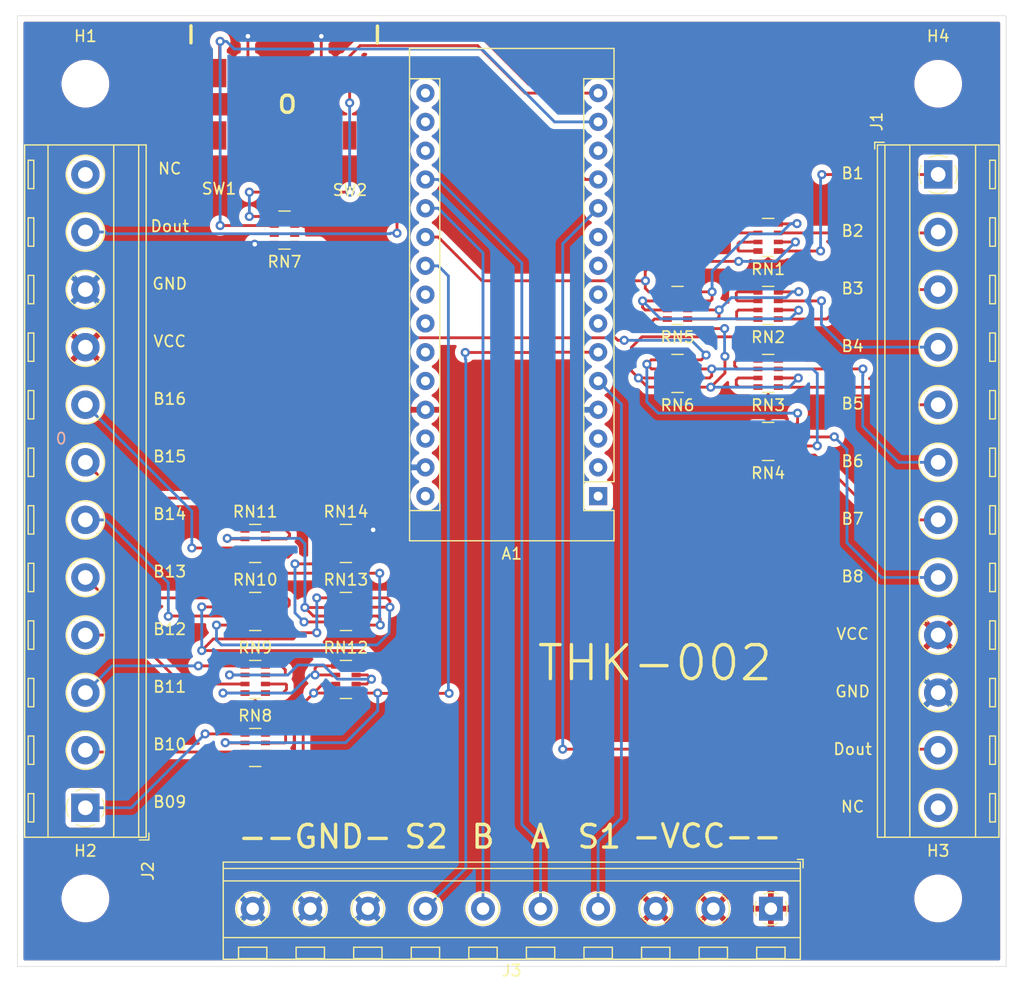
<source format=kicad_pcb>
(kicad_pcb (version 20171130) (host pcbnew "(5.1.5)-3")
  (layers (0 F.Cu signal) (31 B.Cu signal) (34 B.Paste user) (35 F.Paste user) (36 B.SilkS user) (37 F.SilkS user) (38 B.Mask user) (39 F.Mask user) (44 Edge.Cuts user))
  (net 0 "")
  (net 1 "Net-(A1-Pad1)")
  (net 2 "Net-(A1-Pad17)")
  (net 3 "Net-(A1-Pad2)")
  (net 4 "Net-(A1-Pad18)")
  (net 5 "Net-(A1-Pad3)")
  (net 6 A)
  (net 7 GND)
  (net 8 B)
  (net 9 B09_O)
  (net 10 "Net-(A1-Pad7)")
  (net 11 "Net-(A1-Pad23)")
  (net 12 "Net-(A1-Pad8)")
  (net 13 "Net-(A1-Pad24)")
  (net 14 "Net-(A1-Pad9)")
  (net 15 "Net-(A1-Pad25)")
  (net 16 "Net-(A1-Pad10)")
  (net 17 "Net-(A1-Pad26)")
  (net 18 D_OUT_0)
  (net 19 VCC)
  (net 20 D_OUT_1)
  (net 21 "Net-(A1-Pad28)")
  (net 22 "Net-(A1-Pad13)")
  (net 23 SW0)
  (net 24 "Net-(A1-Pad30)")
  (net 25 SW1)
  (net 26 "Net-(A1-Pad16)")
  (net 27 B1)
  (net 28 B2)
  (net 29 B3)
  (net 30 B4)
  (net 31 B5)
  (net 32 B6)
  (net 33 B7)
  (net 34 B8)
  (net 35 "Net-(J1-Pad12)")
  (net 36 "Net-(J2-Pad12)")
  (net 37 B16)
  (net 38 B15)
  (net 39 B14)
  (net 40 B13)
  (net 41 B12)
  (net 42 B11)
  (net 43 B10)
  (net 44 B09)
  (net 45 B3_O)
  (net 46 B5_O)
  (net 47 B7_O)
  (net 48 B4_O)
  (net 49 "Net-(RN7-Pad2)")
  (net 50 "Net-(RN6-Pad4)")
  (net 51 B11_O)
  (net 52 B13_O)
  (net 53 B15_O)
  (net 54 B12_O)
  (net 55 "Net-(RN14-Pad2)")
  (net 56 "Net-(RN13-Pad4)")
  (net 57 "Net-(RN1-Pad5)")
  (net 58 "Net-(RN1-Pad7)")
  (net 59 B2_O)
  (net 60 "Net-(RN2-Pad7)")
  (net 61 "Net-(RN2-Pad5)")
  (net 62 "Net-(RN3-Pad5)")
  (net 63 "Net-(RN3-Pad7)")
  (net 64 B6_O)
  (net 65 B8_O)
  (net 66 "Net-(RN4-Pad7)")
  (net 67 "Net-(RN4-Pad5)")
  (net 68 "Net-(RN7-Pad7)")
  (net 69 B10_O)
  (net 70 "Net-(RN8-Pad7)")
  (net 71 "Net-(RN8-Pad5)")
  (net 72 "Net-(RN9-Pad7)")
  (net 73 "Net-(RN9-Pad5)")
  (net 74 "Net-(RN10-Pad5)")
  (net 75 "Net-(RN10-Pad7)")
  (net 76 B14_O)
  (net 77 B16_O)
  (net 78 "Net-(RN11-Pad7)")
  (net 79 "Net-(RN11-Pad5)")
  (net 80 "Net-(RN14-Pad5)")
  (net 81 "Net-(RN14-Pad6)")
  (net 82 "Net-(RN14-Pad7)")
  (net 83 "Net-(RN14-Pad4)")
  (net 84 "Net-(RN14-Pad3)")
  (net 85 B1_O)
  (net 86 S1)
  (net 87 S2)
  (module Terminal_labels:THK_002_Labels_copy (layer F.Cu) (at 202.45 69.825)
    (fp_text reference REF** hide)
    (fp_text value THK_002_Labels)
    (fp_text user B1 (at 0 -30.48) (layer F.SilkS))
    (fp_text user B2 (at 0 -25.4) (layer F.SilkS))
    (fp_text user B3 (at 0 -20.32) (layer F.SilkS))
    (fp_text user B4 (at 0 -15.24) (layer F.SilkS))
    (fp_text user B5 (at 0 -10.16) (layer F.SilkS))
    (fp_text user B6 (at 0 -5.08) (layer F.SilkS))
    (fp_text user B8 (at 0 5.08) (layer F.SilkS))
    (fp_text user VCC (at 0 10.16) (layer F.SilkS))
    (fp_text user Dout (at 0 20.32) (layer F.SilkS))
    (fp_text user NC (at 0 25.4) (layer F.SilkS))
    (fp_text user GND (at 0 15.24) (layer F.SilkS))
    (fp_text user B7 (at 0 0) (layer F.SilkS))
  )
  (module Terminal_labels:THK_002_Labels (layer F.Cu) (at 142.2 64.325 180)
    (fp_text reference 0 (at 9.575 1.575) (layer B.SilkS))
    (fp_text value THK_002_Labels)
    (fp_text user B15 (at 0 0) (layer F.SilkS))
    (fp_text user GND (at 0 15.24) (layer F.SilkS))
    (fp_text user NC (at 0 25.4) (layer F.SilkS))
    (fp_text user Dout (at 0 20.32) (layer F.SilkS))
    (fp_text user VCC (at 0 10.16) (layer F.SilkS))
    (fp_text user B16 (at 0 5.08) (layer F.SilkS))
    (fp_text user B14 (at 0 -5.08) (layer F.SilkS))
    (fp_text user B13 (at 0 -10.16) (layer F.SilkS))
    (fp_text user B12 (at 0 -15.24) (layer F.SilkS))
    (fp_text user B11 (at 0 -20.32) (layer F.SilkS))
    (fp_text user B10 (at 0 -25.4) (layer F.SilkS))
    (fp_text user B09 (at 0 -30.48) (layer F.SilkS))
  )
  (module Module:Arduino_Nano (layer F.Cu) (at 180 67.825 180)
    (fp_text reference A1 (at 7.62 -5.08) (layer F.SilkS))
    (fp_text value Arduino_Nano_v3.x)
    (pad 1 thru_hole rect (at 0 0 180) (size 1.6 1.6) (drill 0.8) (layers *.Cu *.Mask) (net 1 "Net-(A1-Pad1)"))
    (pad 17 thru_hole oval (at 15.24 33.02 180) (size 1.6 1.6) (drill 0.8) (layers *.Cu *.Mask) (net 2 "Net-(A1-Pad17)"))
    (pad 2 thru_hole oval (at 0 2.54 180) (size 1.6 1.6) (drill 0.8) (layers *.Cu *.Mask) (net 3 "Net-(A1-Pad2)"))
    (pad 18 thru_hole oval (at 15.24 30.48 180) (size 1.6 1.6) (drill 0.8) (layers *.Cu *.Mask) (net 4 "Net-(A1-Pad18)"))
    (pad 3 thru_hole oval (at 0 5.08 180) (size 1.6 1.6) (drill 0.8) (layers *.Cu *.Mask) (net 5 "Net-(A1-Pad3)"))
    (pad 19 thru_hole oval (at 15.24 27.94 180) (size 1.6 1.6) (drill 0.8) (layers *.Cu *.Mask) (net 6 A))
    (pad 4 thru_hole oval (at 0 7.62 180) (size 1.6 1.6) (drill 0.8) (layers *.Cu *.Mask) (net 7 GND))
    (pad 20 thru_hole oval (at 15.24 25.4 180) (size 1.6 1.6) (drill 0.8) (layers *.Cu *.Mask) (net 8 B))
    (pad 5 thru_hole oval (at 0 10.16 180) (size 1.6 1.6) (drill 0.8) (layers *.Cu *.Mask) (net 86 S1))
    (pad 21 thru_hole oval (at 15.24 22.86 180) (size 1.6 1.6) (drill 0.8) (layers *.Cu *.Mask) (net 85 B1_O))
    (pad 6 thru_hole oval (at 0 12.7 180) (size 1.6 1.6) (drill 0.8) (layers *.Cu *.Mask) (net 87 S2))
    (pad 22 thru_hole oval (at 15.24 20.32 180) (size 1.6 1.6) (drill 0.8) (layers *.Cu *.Mask) (net 9 B09_O))
    (pad 7 thru_hole oval (at 0 15.24 180) (size 1.6 1.6) (drill 0.8) (layers *.Cu *.Mask) (net 10 "Net-(A1-Pad7)"))
    (pad 23 thru_hole oval (at 15.24 17.78 180) (size 1.6 1.6) (drill 0.8) (layers *.Cu *.Mask) (net 11 "Net-(A1-Pad23)"))
    (pad 8 thru_hole oval (at 0 17.78 180) (size 1.6 1.6) (drill 0.8) (layers *.Cu *.Mask) (net 12 "Net-(A1-Pad8)"))
    (pad 24 thru_hole oval (at 15.24 15.24 180) (size 1.6 1.6) (drill 0.8) (layers *.Cu *.Mask) (net 13 "Net-(A1-Pad24)"))
    (pad 9 thru_hole oval (at 0 20.32 180) (size 1.6 1.6) (drill 0.8) (layers *.Cu *.Mask) (net 14 "Net-(A1-Pad9)"))
    (pad 25 thru_hole oval (at 15.24 12.7 180) (size 1.6 1.6) (drill 0.8) (layers *.Cu *.Mask) (net 15 "Net-(A1-Pad25)"))
    (pad 10 thru_hole oval (at 0 22.86 180) (size 1.6 1.6) (drill 0.8) (layers *.Cu *.Mask) (net 16 "Net-(A1-Pad10)"))
    (pad 26 thru_hole oval (at 15.24 10.16 180) (size 1.6 1.6) (drill 0.8) (layers *.Cu *.Mask) (net 17 "Net-(A1-Pad26)"))
    (pad 11 thru_hole oval (at 0 25.4 180) (size 1.6 1.6) (drill 0.8) (layers *.Cu *.Mask) (net 18 D_OUT_0))
    (pad 27 thru_hole oval (at 15.24 7.62 180) (size 1.6 1.6) (drill 0.8) (layers *.Cu *.Mask) (net 19 VCC))
    (pad 12 thru_hole oval (at 0 27.94 180) (size 1.6 1.6) (drill 0.8) (layers *.Cu *.Mask) (net 20 D_OUT_1))
    (pad 28 thru_hole oval (at 15.24 5.08 180) (size 1.6 1.6) (drill 0.8) (layers *.Cu *.Mask) (net 21 "Net-(A1-Pad28)"))
    (pad 13 thru_hole oval (at 0 30.48 180) (size 1.6 1.6) (drill 0.8) (layers *.Cu *.Mask) (net 22 "Net-(A1-Pad13)"))
    (pad 29 thru_hole oval (at 15.24 2.54 180) (size 1.6 1.6) (drill 0.8) (layers *.Cu *.Mask) (net 7 GND))
    (pad 14 thru_hole oval (at 0 33.02 180) (size 1.6 1.6) (drill 0.8) (layers *.Cu *.Mask) (net 23 SW0))
    (pad 30 thru_hole oval (at 15.24 0 180) (size 1.6 1.6) (drill 0.8) (layers *.Cu *.Mask) (net 24 "Net-(A1-Pad30)"))
    (pad 15 thru_hole oval (at 0 35.56 180) (size 1.6 1.6) (drill 0.8) (layers *.Cu *.Mask) (net 25 SW1))
    (pad 16 thru_hole oval (at 15.24 35.56 180) (size 1.6 1.6) (drill 0.8) (layers *.Cu *.Mask) (net 26 "Net-(A1-Pad16)"))
  )
  (module MountingHole:MountingHole_3.2mm_M3 (layer F.Cu) (at 134.76 31.44)
    (fp_text reference H1 (at 0 -4.2) (layer F.SilkS))
    (fp_text value MountingHole)
    (pad 1 np_thru_hole circle (at 0 0) (size 3.2 3.2) (drill 3.2) (layers *.Cu *.Mask))
  )
  (module MountingHole:MountingHole_3.2mm_M3 (layer F.Cu) (at 134.76 103.32)
    (fp_text reference H2 (at 0 -4.2) (layer F.SilkS))
    (fp_text value MountingHole)
    (pad 1 np_thru_hole circle (at 0 0) (size 3.2 3.2) (drill 3.2) (layers *.Cu *.Mask))
  )
  (module MountingHole:MountingHole_3.2mm_M3 (layer F.Cu) (at 210 103.32)
    (fp_text reference H3 (at 0 -4.2) (layer F.SilkS))
    (fp_text value MountingHole)
    (pad 1 np_thru_hole circle (at 0 0) (size 3.2 3.2) (drill 3.2) (layers *.Cu *.Mask))
  )
  (module MountingHole:MountingHole_3.2mm_M3 (layer F.Cu) (at 210 31.44)
    (fp_text reference H4 (at 0 -4.2) (layer F.SilkS))
    (fp_text value MountingHole)
    (pad "" np_thru_hole circle (at 0 0) (size 3.2 3.2) (drill 3.2) (layers *.Cu *.Mask))
  )
  (module TerminalBlock_RND:TerminalBlock_RND_205-00297_1x12_P5.08mm_Horizontal (layer F.Cu) (at 210 39.44 270)
    (fp_text reference J1 (at -4.665 5.425 90) (layer F.SilkS))
    (fp_text value "Buttons 0")
    (pad 1 thru_hole rect (at 0 0 270) (size 2.5 2.5) (drill 1.3) (layers *.Cu *.Mask) (net 27 B1))
    (pad 2 thru_hole circle (at 5.08 0 270) (size 2.5 2.5) (drill 1.3) (layers *.Cu *.Mask) (net 28 B2))
    (pad 3 thru_hole circle (at 10.16 0 270) (size 2.5 2.5) (drill 1.3) (layers *.Cu *.Mask) (net 29 B3))
    (pad 4 thru_hole circle (at 15.24 0 270) (size 2.5 2.5) (drill 1.3) (layers *.Cu *.Mask) (net 30 B4))
    (pad 5 thru_hole circle (at 20.32 0 270) (size 2.5 2.5) (drill 1.3) (layers *.Cu *.Mask) (net 31 B5))
    (pad 6 thru_hole circle (at 25.4 0 270) (size 2.5 2.5) (drill 1.3) (layers *.Cu *.Mask) (net 32 B6))
    (pad 7 thru_hole circle (at 30.48 0 270) (size 2.5 2.5) (drill 1.3) (layers *.Cu *.Mask) (net 33 B7))
    (pad 8 thru_hole circle (at 35.56 0 270) (size 2.5 2.5) (drill 1.3) (layers *.Cu *.Mask) (net 34 B8))
    (pad 9 thru_hole circle (at 40.64 0 270) (size 2.5 2.5) (drill 1.3) (layers *.Cu *.Mask) (net 19 VCC))
    (pad 10 thru_hole circle (at 45.72 0 270) (size 2.5 2.5) (drill 1.3) (layers *.Cu *.Mask) (net 7 GND))
    (pad 11 thru_hole circle (at 50.8 0 270) (size 2.5 2.5) (drill 1.3) (layers *.Cu *.Mask) (net 18 D_OUT_0))
    (pad 12 thru_hole circle (at 55.88 0 270) (size 2.5 2.5) (drill 1.3) (layers *.Cu *.Mask) (net 35 "Net-(J1-Pad12)"))
  )
  (module TerminalBlock_RND:TerminalBlock_RND_205-00297_1x12_P5.08mm_Horizontal (layer F.Cu) (at 134.76 95.32 90)
    (fp_text reference J2 (at -5.58 5.515 90) (layer F.SilkS))
    (fp_text value "Buttons 1")
    (pad 12 thru_hole circle (at 55.88 0 90) (size 2.5 2.5) (drill 1.3) (layers *.Cu *.Mask) (net 36 "Net-(J2-Pad12)"))
    (pad 11 thru_hole circle (at 50.8 0 90) (size 2.5 2.5) (drill 1.3) (layers *.Cu *.Mask) (net 20 D_OUT_1))
    (pad 10 thru_hole circle (at 45.72 0 90) (size 2.5 2.5) (drill 1.3) (layers *.Cu *.Mask) (net 7 GND))
    (pad 9 thru_hole circle (at 40.64 0 90) (size 2.5 2.5) (drill 1.3) (layers *.Cu *.Mask) (net 19 VCC))
    (pad 8 thru_hole circle (at 35.56 0 90) (size 2.5 2.5) (drill 1.3) (layers *.Cu *.Mask) (net 37 B16))
    (pad 7 thru_hole circle (at 30.48 0 90) (size 2.5 2.5) (drill 1.3) (layers *.Cu *.Mask) (net 38 B15))
    (pad 6 thru_hole circle (at 25.4 0 90) (size 2.5 2.5) (drill 1.3) (layers *.Cu *.Mask) (net 39 B14))
    (pad 5 thru_hole circle (at 20.32 0 90) (size 2.5 2.5) (drill 1.3) (layers *.Cu *.Mask) (net 40 B13))
    (pad 4 thru_hole circle (at 15.24 0 90) (size 2.5 2.5) (drill 1.3) (layers *.Cu *.Mask) (net 41 B12))
    (pad 3 thru_hole circle (at 10.16 0 90) (size 2.5 2.5) (drill 1.3) (layers *.Cu *.Mask) (net 42 B11))
    (pad 2 thru_hole circle (at 5.08 0 90) (size 2.5 2.5) (drill 1.3) (layers *.Cu *.Mask) (net 43 B10))
    (pad 1 thru_hole rect (at 0 0 90) (size 2.5 2.5) (drill 1.3) (layers *.Cu *.Mask) (net 44 B09))
  )
  (module JS202011SCQN:JS202011SCQN (layer F.Cu) (at 146.6 33.25)
    (fp_text reference SW1 (at -0.05 7.45) (layer F.SilkS))
    (fp_text value SW_DPDT_x2)
    (pad 2 smd rect (at 0 -2.75) (size 1.2 2.5) (layers F.Cu F.Paste F.Mask) (net 23 SW0))
    (pad 3 smd rect (at 2.5 -2.75) (size 1.2 2.5) (layers F.Cu F.Paste F.Mask) (net 7 GND))
    (pad 1 smd rect (at -2.5 -2.75) (size 1.2 2.5) (layers F.Cu F.Paste F.Mask) (net 19 VCC))
    (pad 4 smd rect (at -2.5 2.75) (size 1.2 2.5) (layers F.Cu F.Paste F.Mask))
    (pad 5 smd rect (at 0 2.75) (size 1.2 2.5) (layers F.Cu F.Paste F.Mask))
    (pad 6 smd rect (at 2.5 2.75) (size 1.2 2.5) (layers F.Cu F.Paste F.Mask))
  )
  (module JS202011SCQN:JS202011SCQN (layer F.Cu) (at 158.075 33.25 180)
    (fp_text reference SW2 (at -0.0254 -7.5692) (layer F.SilkS))
    (fp_text value SW_DPDT_x2)
    (pad 6 smd rect (at 2.5 2.75 180) (size 1.2 2.5) (layers F.Cu F.Paste F.Mask) (net 7 GND))
    (pad 5 smd rect (at 0 2.75 180) (size 1.2 2.5) (layers F.Cu F.Paste F.Mask) (net 25 SW1))
    (pad 4 smd rect (at -2.5 2.75 180) (size 1.2 2.5) (layers F.Cu F.Paste F.Mask) (net 19 VCC))
    (pad 1 smd rect (at -2.5 -2.75 180) (size 1.2 2.5) (layers F.Cu F.Paste F.Mask))
    (pad 3 smd rect (at 2.5 -2.75 180) (size 1.2 2.5) (layers F.Cu F.Paste F.Mask))
    (pad 2 smd rect (at 0 -2.75 180) (size 1.2 2.5) (layers F.Cu F.Paste F.Mask))
  )
  (module Resistor_SMD:R_Array_Convex_4x0603 (layer F.Cu) (at 195 45 180)
    (fp_text reference RN1 (at 0 -2.8) (layer F.SilkS))
    (fp_text value R_Pack04)
    (pad 5 smd rect (at 0.9 1.2 180) (size 0.8 0.5) (layers F.Cu F.Paste F.Mask) (net 57 "Net-(RN1-Pad5)"))
    (pad 6 smd rect (at 0.9 0.4 180) (size 0.8 0.4) (layers F.Cu F.Paste F.Mask) (net 57 "Net-(RN1-Pad5)"))
    (pad 8 smd rect (at 0.9 -1.2 180) (size 0.8 0.5) (layers F.Cu F.Paste F.Mask) (net 58 "Net-(RN1-Pad7)"))
    (pad 7 smd rect (at 0.9 -0.4 180) (size 0.8 0.4) (layers F.Cu F.Paste F.Mask) (net 58 "Net-(RN1-Pad7)"))
    (pad 4 smd rect (at -0.9 1.2 180) (size 0.8 0.5) (layers F.Cu F.Paste F.Mask) (net 59 B2_O))
    (pad 2 smd rect (at -0.9 -0.4 180) (size 0.8 0.4) (layers F.Cu F.Paste F.Mask) (net 85 B1_O))
    (pad 3 smd rect (at -0.9 0.4 180) (size 0.8 0.4) (layers F.Cu F.Paste F.Mask) (net 28 B2))
    (pad 1 smd rect (at -0.9 -1.2 180) (size 0.8 0.5) (layers F.Cu F.Paste F.Mask) (net 27 B1))
  )
  (module Resistor_SMD:R_Array_Convex_4x0603 (layer F.Cu) (at 195 51 180)
    (fp_text reference RN2 (at 0 -2.8) (layer F.SilkS))
    (fp_text value R_Pack04)
    (pad 1 smd rect (at -0.9 -1.2 180) (size 0.8 0.5) (layers F.Cu F.Paste F.Mask) (net 29 B3))
    (pad 3 smd rect (at -0.9 0.4 180) (size 0.8 0.4) (layers F.Cu F.Paste F.Mask) (net 30 B4))
    (pad 2 smd rect (at -0.9 -0.4 180) (size 0.8 0.4) (layers F.Cu F.Paste F.Mask) (net 45 B3_O))
    (pad 4 smd rect (at -0.9 1.2 180) (size 0.8 0.5) (layers F.Cu F.Paste F.Mask) (net 48 B4_O))
    (pad 7 smd rect (at 0.9 -0.4 180) (size 0.8 0.4) (layers F.Cu F.Paste F.Mask) (net 60 "Net-(RN2-Pad7)"))
    (pad 8 smd rect (at 0.9 -1.2 180) (size 0.8 0.5) (layers F.Cu F.Paste F.Mask) (net 60 "Net-(RN2-Pad7)"))
    (pad 6 smd rect (at 0.9 0.4 180) (size 0.8 0.4) (layers F.Cu F.Paste F.Mask) (net 61 "Net-(RN2-Pad5)"))
    (pad 5 smd rect (at 0.9 1.2 180) (size 0.8 0.5) (layers F.Cu F.Paste F.Mask) (net 61 "Net-(RN2-Pad5)"))
  )
  (module Resistor_SMD:R_Array_Convex_4x0603 (layer F.Cu) (at 195 57 180)
    (fp_text reference RN3 (at 0 -2.8) (layer F.SilkS))
    (fp_text value R_Pack04)
    (pad 5 smd rect (at 0.9 1.2 180) (size 0.8 0.5) (layers F.Cu F.Paste F.Mask) (net 62 "Net-(RN3-Pad5)"))
    (pad 6 smd rect (at 0.9 0.4 180) (size 0.8 0.4) (layers F.Cu F.Paste F.Mask) (net 62 "Net-(RN3-Pad5)"))
    (pad 8 smd rect (at 0.9 -1.2 180) (size 0.8 0.5) (layers F.Cu F.Paste F.Mask) (net 63 "Net-(RN3-Pad7)"))
    (pad 7 smd rect (at 0.9 -0.4 180) (size 0.8 0.4) (layers F.Cu F.Paste F.Mask) (net 63 "Net-(RN3-Pad7)"))
    (pad 4 smd rect (at -0.9 1.2 180) (size 0.8 0.5) (layers F.Cu F.Paste F.Mask) (net 64 B6_O))
    (pad 2 smd rect (at -0.9 -0.4 180) (size 0.8 0.4) (layers F.Cu F.Paste F.Mask) (net 46 B5_O))
    (pad 3 smd rect (at -0.9 0.4 180) (size 0.8 0.4) (layers F.Cu F.Paste F.Mask) (net 32 B6))
    (pad 1 smd rect (at -0.9 -1.2 180) (size 0.8 0.5) (layers F.Cu F.Paste F.Mask) (net 31 B5))
  )
  (module Resistor_SMD:R_Array_Convex_4x0603 (layer F.Cu) (at 195 63 180)
    (fp_text reference RN4 (at 0 -2.8) (layer F.SilkS))
    (fp_text value R_Pack04)
    (pad 1 smd rect (at -0.9 -1.2 180) (size 0.8 0.5) (layers F.Cu F.Paste F.Mask) (net 33 B7))
    (pad 3 smd rect (at -0.9 0.4 180) (size 0.8 0.4) (layers F.Cu F.Paste F.Mask) (net 34 B8))
    (pad 2 smd rect (at -0.9 -0.4 180) (size 0.8 0.4) (layers F.Cu F.Paste F.Mask) (net 47 B7_O))
    (pad 4 smd rect (at -0.9 1.2 180) (size 0.8 0.5) (layers F.Cu F.Paste F.Mask) (net 65 B8_O))
    (pad 7 smd rect (at 0.9 -0.4 180) (size 0.8 0.4) (layers F.Cu F.Paste F.Mask) (net 66 "Net-(RN4-Pad7)"))
    (pad 8 smd rect (at 0.9 -1.2 180) (size 0.8 0.5) (layers F.Cu F.Paste F.Mask) (net 66 "Net-(RN4-Pad7)"))
    (pad 6 smd rect (at 0.9 0.4 180) (size 0.8 0.4) (layers F.Cu F.Paste F.Mask) (net 67 "Net-(RN4-Pad5)"))
    (pad 5 smd rect (at 0.9 1.2 180) (size 0.8 0.5) (layers F.Cu F.Paste F.Mask) (net 67 "Net-(RN4-Pad5)"))
  )
  (module Resistor_SMD:R_Array_Convex_4x0603 (layer F.Cu) (at 187 51 180)
    (fp_text reference RN5 (at 0 -2.8) (layer F.SilkS))
    (fp_text value R_Pack04)
    (pad 1 smd rect (at -0.9 -1.2 180) (size 0.8 0.5) (layers F.Cu F.Paste F.Mask) (net 48 B4_O))
    (pad 3 smd rect (at -0.9 0.4 180) (size 0.8 0.4) (layers F.Cu F.Paste F.Mask) (net 59 B2_O))
    (pad 2 smd rect (at -0.9 -0.4 180) (size 0.8 0.4) (layers F.Cu F.Paste F.Mask) (net 48 B4_O))
    (pad 4 smd rect (at -0.9 1.2 180) (size 0.8 0.5) (layers F.Cu F.Paste F.Mask) (net 59 B2_O))
    (pad 7 smd rect (at 0.9 -0.4 180) (size 0.8 0.4) (layers F.Cu F.Paste F.Mask) (net 45 B3_O))
    (pad 8 smd rect (at 0.9 -1.2 180) (size 0.8 0.5) (layers F.Cu F.Paste F.Mask) (net 46 B5_O))
    (pad 6 smd rect (at 0.9 0.4 180) (size 0.8 0.4) (layers F.Cu F.Paste F.Mask) (net 45 B3_O))
    (pad 5 smd rect (at 0.9 1.2 180) (size 0.8 0.5) (layers F.Cu F.Paste F.Mask) (net 85 B1_O))
  )
  (module Resistor_SMD:R_Array_Convex_4x0603 (layer F.Cu) (at 187 57 180)
    (fp_text reference RN6 (at 0 -2.8) (layer F.SilkS))
    (fp_text value R_Pack04)
    (pad 5 smd rect (at 0.9 1.2 180) (size 0.8 0.5) (layers F.Cu F.Paste F.Mask) (net 65 B8_O))
    (pad 6 smd rect (at 0.9 0.4 180) (size 0.8 0.4) (layers F.Cu F.Paste F.Mask) (net 65 B8_O))
    (pad 8 smd rect (at 0.9 -1.2 180) (size 0.8 0.5) (layers F.Cu F.Paste F.Mask) (net 64 B6_O))
    (pad 7 smd rect (at 0.9 -0.4 180) (size 0.8 0.4) (layers F.Cu F.Paste F.Mask) (net 64 B6_O))
    (pad 4 smd rect (at -0.9 1.2 180) (size 0.8 0.5) (layers F.Cu F.Paste F.Mask) (net 50 "Net-(RN6-Pad4)"))
    (pad 2 smd rect (at -0.9 -0.4 180) (size 0.8 0.4) (layers F.Cu F.Paste F.Mask) (net 47 B7_O))
    (pad 3 smd rect (at -0.9 0.4 180) (size 0.8 0.4) (layers F.Cu F.Paste F.Mask) (net 47 B7_O))
    (pad 1 smd rect (at -0.9 -1.2 180) (size 0.8 0.5) (layers F.Cu F.Paste F.Mask) (net 46 B5_O))
  )
  (module Resistor_SMD:R_Array_Convex_4x0603 (layer F.Cu) (at 152.325 44.35 180)
    (fp_text reference RN7 (at 0 -2.8) (layer F.SilkS))
    (fp_text value R_Pack04)
    (pad 5 smd rect (at 0.9 1.2 180) (size 0.8 0.5) (layers F.Cu F.Paste F.Mask) (net 25 SW1))
    (pad 6 smd rect (at 0.9 0.4 180) (size 0.8 0.4) (layers F.Cu F.Paste F.Mask) (net 23 SW0))
    (pad 8 smd rect (at 0.9 -1.2 180) (size 0.8 0.5) (layers F.Cu F.Paste F.Mask) (net 7 GND))
    (pad 7 smd rect (at 0.9 -0.4 180) (size 0.8 0.4) (layers F.Cu F.Paste F.Mask) (net 68 "Net-(RN7-Pad7)"))
    (pad 4 smd rect (at -0.9 1.2 180) (size 0.8 0.5) (layers F.Cu F.Paste F.Mask) (net 19 VCC))
    (pad 2 smd rect (at -0.9 -0.4 180) (size 0.8 0.4) (layers F.Cu F.Paste F.Mask) (net 49 "Net-(RN7-Pad2)"))
    (pad 3 smd rect (at -0.9 0.4 180) (size 0.8 0.4) (layers F.Cu F.Paste F.Mask) (net 19 VCC))
    (pad 1 smd rect (at -0.9 -1.2 180) (size 0.8 0.5) (layers F.Cu F.Paste F.Mask) (net 50 "Net-(RN6-Pad4)"))
  )
  (module Resistor_SMD:R_Array_Convex_4x0603 (layer F.Cu) (at 149.74316 90)
    (fp_text reference RN8 (at 0 -2.8) (layer F.SilkS))
    (fp_text value R_Pack04)
    (pad 5 smd rect (at 0.9 1.2) (size 0.8 0.5) (layers F.Cu F.Paste F.Mask) (net 71 "Net-(RN8-Pad5)"))
    (pad 6 smd rect (at 0.9 0.4) (size 0.8 0.4) (layers F.Cu F.Paste F.Mask) (net 71 "Net-(RN8-Pad5)"))
    (pad 8 smd rect (at 0.9 -1.2) (size 0.8 0.5) (layers F.Cu F.Paste F.Mask) (net 70 "Net-(RN8-Pad7)"))
    (pad 7 smd rect (at 0.9 -0.4) (size 0.8 0.4) (layers F.Cu F.Paste F.Mask) (net 70 "Net-(RN8-Pad7)"))
    (pad 4 smd rect (at -0.9 1.2) (size 0.8 0.5) (layers F.Cu F.Paste F.Mask) (net 69 B10_O))
    (pad 2 smd rect (at -0.9 -0.4) (size 0.8 0.4) (layers F.Cu F.Paste F.Mask) (net 9 B09_O))
    (pad 3 smd rect (at -0.9 0.4) (size 0.8 0.4) (layers F.Cu F.Paste F.Mask) (net 43 B10))
    (pad 1 smd rect (at -0.9 -1.2) (size 0.8 0.5) (layers F.Cu F.Paste F.Mask) (net 44 B09))
  )
  (module Resistor_SMD:R_Array_Convex_4x0603 (layer F.Cu) (at 149.74316 84)
    (fp_text reference RN9 (at 0 -2.8) (layer F.SilkS))
    (fp_text value R_Pack04)
    (pad 1 smd rect (at -0.9 -1.2) (size 0.8 0.5) (layers F.Cu F.Paste F.Mask) (net 42 B11))
    (pad 3 smd rect (at -0.9 0.4) (size 0.8 0.4) (layers F.Cu F.Paste F.Mask) (net 41 B12))
    (pad 2 smd rect (at -0.9 -0.4) (size 0.8 0.4) (layers F.Cu F.Paste F.Mask) (net 51 B11_O))
    (pad 4 smd rect (at -0.9 1.2) (size 0.8 0.5) (layers F.Cu F.Paste F.Mask) (net 54 B12_O))
    (pad 7 smd rect (at 0.9 -0.4) (size 0.8 0.4) (layers F.Cu F.Paste F.Mask) (net 72 "Net-(RN9-Pad7)"))
    (pad 8 smd rect (at 0.9 -1.2) (size 0.8 0.5) (layers F.Cu F.Paste F.Mask) (net 72 "Net-(RN9-Pad7)"))
    (pad 6 smd rect (at 0.9 0.4) (size 0.8 0.4) (layers F.Cu F.Paste F.Mask) (net 73 "Net-(RN9-Pad5)"))
    (pad 5 smd rect (at 0.9 1.2) (size 0.8 0.5) (layers F.Cu F.Paste F.Mask) (net 73 "Net-(RN9-Pad5)"))
  )
  (module Resistor_SMD:R_Array_Convex_4x0603 (layer F.Cu) (at 149.74316 78)
    (fp_text reference RN10 (at 0 -2.8) (layer F.SilkS))
    (fp_text value R_Pack04)
    (pad 5 smd rect (at 0.9 1.2) (size 0.8 0.5) (layers F.Cu F.Paste F.Mask) (net 74 "Net-(RN10-Pad5)"))
    (pad 6 smd rect (at 0.9 0.4) (size 0.8 0.4) (layers F.Cu F.Paste F.Mask) (net 74 "Net-(RN10-Pad5)"))
    (pad 8 smd rect (at 0.9 -1.2) (size 0.8 0.5) (layers F.Cu F.Paste F.Mask) (net 75 "Net-(RN10-Pad7)"))
    (pad 7 smd rect (at 0.9 -0.4) (size 0.8 0.4) (layers F.Cu F.Paste F.Mask) (net 75 "Net-(RN10-Pad7)"))
    (pad 4 smd rect (at -0.9 1.2) (size 0.8 0.5) (layers F.Cu F.Paste F.Mask) (net 76 B14_O))
    (pad 2 smd rect (at -0.9 -0.4) (size 0.8 0.4) (layers F.Cu F.Paste F.Mask) (net 52 B13_O))
    (pad 3 smd rect (at -0.9 0.4) (size 0.8 0.4) (layers F.Cu F.Paste F.Mask) (net 39 B14))
    (pad 1 smd rect (at -0.9 -1.2) (size 0.8 0.5) (layers F.Cu F.Paste F.Mask) (net 40 B13))
  )
  (module Resistor_SMD:R_Array_Convex_4x0603 (layer F.Cu) (at 149.74316 72)
    (fp_text reference RN11 (at 0 -2.8) (layer F.SilkS))
    (fp_text value R_Pack04)
    (pad 1 smd rect (at -0.9 -1.2) (size 0.8 0.5) (layers F.Cu F.Paste F.Mask) (net 38 B15))
    (pad 3 smd rect (at -0.9 0.4) (size 0.8 0.4) (layers F.Cu F.Paste F.Mask) (net 37 B16))
    (pad 2 smd rect (at -0.9 -0.4) (size 0.8 0.4) (layers F.Cu F.Paste F.Mask) (net 53 B15_O))
    (pad 4 smd rect (at -0.9 1.2) (size 0.8 0.5) (layers F.Cu F.Paste F.Mask) (net 77 B16_O))
    (pad 7 smd rect (at 0.9 -0.4) (size 0.8 0.4) (layers F.Cu F.Paste F.Mask) (net 78 "Net-(RN11-Pad7)"))
    (pad 8 smd rect (at 0.9 -1.2) (size 0.8 0.5) (layers F.Cu F.Paste F.Mask) (net 78 "Net-(RN11-Pad7)"))
    (pad 6 smd rect (at 0.9 0.4) (size 0.8 0.4) (layers F.Cu F.Paste F.Mask) (net 79 "Net-(RN11-Pad5)"))
    (pad 5 smd rect (at 0.9 1.2) (size 0.8 0.5) (layers F.Cu F.Paste F.Mask) (net 79 "Net-(RN11-Pad5)"))
  )
  (module Resistor_SMD:R_Array_Convex_4x0603 (layer F.Cu) (at 157.74316 84)
    (fp_text reference RN12 (at 0 -2.8) (layer F.SilkS))
    (fp_text value R_Pack04)
    (pad 1 smd rect (at -0.9 -1.2) (size 0.8 0.5) (layers F.Cu F.Paste F.Mask) (net 54 B12_O))
    (pad 3 smd rect (at -0.9 0.4) (size 0.8 0.4) (layers F.Cu F.Paste F.Mask) (net 69 B10_O))
    (pad 2 smd rect (at -0.9 -0.4) (size 0.8 0.4) (layers F.Cu F.Paste F.Mask) (net 54 B12_O))
    (pad 4 smd rect (at -0.9 1.2) (size 0.8 0.5) (layers F.Cu F.Paste F.Mask) (net 69 B10_O))
    (pad 7 smd rect (at 0.9 -0.4) (size 0.8 0.4) (layers F.Cu F.Paste F.Mask) (net 51 B11_O))
    (pad 8 smd rect (at 0.9 -1.2) (size 0.8 0.5) (layers F.Cu F.Paste F.Mask) (net 52 B13_O))
    (pad 6 smd rect (at 0.9 0.4) (size 0.8 0.4) (layers F.Cu F.Paste F.Mask) (net 51 B11_O))
    (pad 5 smd rect (at 0.9 1.2) (size 0.8 0.5) (layers F.Cu F.Paste F.Mask) (net 9 B09_O))
  )
  (module Resistor_SMD:R_Array_Convex_4x0603 (layer F.Cu) (at 157.74316 78)
    (fp_text reference RN13 (at 0 -2.8) (layer F.SilkS))
    (fp_text value R_Pack04)
    (pad 5 smd rect (at 0.9 1.2) (size 0.8 0.5) (layers F.Cu F.Paste F.Mask) (net 77 B16_O))
    (pad 6 smd rect (at 0.9 0.4) (size 0.8 0.4) (layers F.Cu F.Paste F.Mask) (net 77 B16_O))
    (pad 8 smd rect (at 0.9 -1.2) (size 0.8 0.5) (layers F.Cu F.Paste F.Mask) (net 76 B14_O))
    (pad 7 smd rect (at 0.9 -0.4) (size 0.8 0.4) (layers F.Cu F.Paste F.Mask) (net 76 B14_O))
    (pad 4 smd rect (at -0.9 1.2) (size 0.8 0.5) (layers F.Cu F.Paste F.Mask) (net 56 "Net-(RN13-Pad4)"))
    (pad 2 smd rect (at -0.9 -0.4) (size 0.8 0.4) (layers F.Cu F.Paste F.Mask) (net 53 B15_O))
    (pad 3 smd rect (at -0.9 0.4) (size 0.8 0.4) (layers F.Cu F.Paste F.Mask) (net 53 B15_O))
    (pad 1 smd rect (at -0.9 -1.2) (size 0.8 0.5) (layers F.Cu F.Paste F.Mask) (net 52 B13_O))
  )
  (module Resistor_SMD:R_Array_Convex_4x0603 (layer F.Cu) (at 157.74316 72)
    (fp_text reference RN14 (at 0 -2.8) (layer F.SilkS))
    (fp_text value R_Pack04)
    (pad 5 smd rect (at 0.9 1.2) (size 0.8 0.5) (layers F.Cu F.Paste F.Mask) (net 80 "Net-(RN14-Pad5)"))
    (pad 6 smd rect (at 0.9 0.4) (size 0.8 0.4) (layers F.Cu F.Paste F.Mask) (net 81 "Net-(RN14-Pad6)"))
    (pad 8 smd rect (at 0.9 -1.2) (size 0.8 0.5) (layers F.Cu F.Paste F.Mask) (net 7 GND))
    (pad 7 smd rect (at 0.9 -0.4) (size 0.8 0.4) (layers F.Cu F.Paste F.Mask) (net 82 "Net-(RN14-Pad7)"))
    (pad 4 smd rect (at -0.9 1.2) (size 0.8 0.5) (layers F.Cu F.Paste F.Mask) (net 83 "Net-(RN14-Pad4)"))
    (pad 2 smd rect (at -0.9 -0.4) (size 0.8 0.4) (layers F.Cu F.Paste F.Mask) (net 55 "Net-(RN14-Pad2)"))
    (pad 3 smd rect (at -0.9 0.4) (size 0.8 0.4) (layers F.Cu F.Paste F.Mask) (net 84 "Net-(RN14-Pad3)"))
    (pad 1 smd rect (at -0.9 -1.2) (size 0.8 0.5) (layers F.Cu F.Paste F.Mask) (net 56 "Net-(RN13-Pad4)"))
  )
  (module TerminalBlock_RND:TerminalBlock_RND_205-00240_1x10_P5.08mm_Horizontal (layer F.Cu) (at 195.24 104.225 180)
    (fp_text reference J3 (at 22.86 -5.46) (layer F.SilkS))
    (fp_text value Screw_Terminal_01x10)
    (pad 1 thru_hole rect (at 0 0 180) (size 2.1 2.1) (drill 1.1) (layers *.Cu *.Mask) (net 19 VCC))
    (pad 2 thru_hole circle (at 5.08 0 180) (size 2.1 2.1) (drill 1.1) (layers *.Cu *.Mask) (net 19 VCC))
    (pad 3 thru_hole circle (at 10.16 0 180) (size 2.1 2.1) (drill 1.1) (layers *.Cu *.Mask) (net 19 VCC))
    (pad 4 thru_hole circle (at 15.24 0 180) (size 2.1 2.1) (drill 1.1) (layers *.Cu *.Mask) (net 86 S1))
    (pad 5 thru_hole circle (at 20.32 0 180) (size 2.1 2.1) (drill 1.1) (layers *.Cu *.Mask) (net 6 A))
    (pad 6 thru_hole circle (at 25.4 0 180) (size 2.1 2.1) (drill 1.1) (layers *.Cu *.Mask) (net 8 B))
    (pad 7 thru_hole circle (at 30.48 0 180) (size 2.1 2.1) (drill 1.1) (layers *.Cu *.Mask) (net 87 S2))
    (pad 8 thru_hole circle (at 35.56 0 180) (size 2.1 2.1) (drill 1.1) (layers *.Cu *.Mask) (net 7 GND))
    (pad 9 thru_hole circle (at 40.64 0 180) (size 2.1 2.1) (drill 1.1) (layers *.Cu *.Mask) (net 7 GND))
    (pad 10 thru_hole circle (at 45.72 0 180) (size 2.1 2.1) (drill 1.1) (layers *.Cu *.Mask) (net 7 GND))
  )
  (gr_text S1 (at 180.1 97.875) (layer F.SilkS) (effects (font (size 2 2) (thickness 0.3))))
  (gr_text S2 (at 164.825 97.875) (layer F.SilkS) (effects (font (size 2 2) (thickness 0.3))))
  (gr_text A (at 174.9 97.875) (layer F.SilkS) (effects (font (size 2 2) (thickness 0.3))))
  (gr_text B (at 169.85 97.875) (layer F.SilkS) (effects (font (size 2 2) (thickness 0.3))))
  (gr_text -VCC-- (at 189.6 97.825) (layer F.SilkS) (effects (font (size 2 2) (thickness 0.3))))
  (gr_text --GND- (at 155.025 97.875) (layer F.SilkS) (effects (font (size 2 2) (thickness 0.3))))
  (gr_text "REV A" (at 190.7 86.75) (layer F.Cu) (effects (font (size 1.5 1.5) (thickness 0.3))))
  (gr_text THK-002 (at 185 82.55) (layer F.SilkS) (effects (font (size 3 3) (thickness 0.3))))
  (gr_line (start 128.76 109.32) (end 128.76 25.44) (layer Edge.Cuts) (width 0.05))
  (gr_line (start 216 109.32) (end 128.76 109.32) (layer Edge.Cuts) (width 0.05))
  (gr_line (start 216 25.44) (end 216 109.32) (layer Edge.Cuts) (width 0.05))
  (gr_line (start 128.76 25.44) (end 216 25.44) (layer Edge.Cuts) (width 0.05))
  (gr_text I (at 160.525 27.175) (layer F.SilkS) (effects (font (size 1.5 1.5) (thickness 0.3))))
  (gr_text I (at 144.075 27.15) (layer F.SilkS) (effects (font (size 1.5 1.5) (thickness 0.3))))
  (gr_text O (at 152.575 33.275) (layer F.SilkS) (effects (font (size 1.5 1.5) (thickness 0.3))))
  (segment (start 164.76 39.885) (end 165.89137 39.885) (width 0.25) (layer B.Cu) (net 6))
  (segment (start 173.265685 47.259315) (end 173.265685 96.784315) (width 0.25) (layer B.Cu) (net 6))
  (segment (start 165.89137 39.885) (end 173.265685 47.259315) (width 0.25) (layer B.Cu) (net 6))
  (segment (start 174.92 98.43863) (end 174.92 104.225) (width 0.25) (layer B.Cu) (net 6))
  (segment (start 173.265685 96.784315) (end 174.92 98.43863) (width 0.25) (layer B.Cu) (net 6))
  (via (at 160.15 70.8) (size 0.8) (drill 0.4) (layers F.Cu B.Cu) (net 7))
  (segment (start 158.64316 70.8) (end 160.15 70.8) (width 0.25) (layer F.Cu) (net 7))
  (via (at 149.1 27.25) (size 0.8) (drill 0.4) (layers F.Cu B.Cu) (net 7))
  (segment (start 149.1 30.5) (end 149.1 27.25) (width 0.25) (layer F.Cu) (net 7))
  (via (at 155.575 27.25) (size 0.8) (drill 0.4) (layers F.Cu B.Cu) (net 7))
  (segment (start 155.575 30.5) (end 155.575 27.25) (width 0.25) (layer F.Cu) (net 7))
  (via (at 149.7 45.6) (size 0.8) (drill 0.4) (layers F.Cu B.Cu) (net 7))
  (segment (start 151.425 45.55) (end 149.75 45.55) (width 0.25) (layer F.Cu) (net 7))
  (segment (start 149.75 45.55) (end 149.7 45.6) (width 0.25) (layer F.Cu) (net 7))
  (segment (start 169.84 46.37363) (end 169.84 102.740076) (width 0.25) (layer B.Cu) (net 8))
  (segment (start 165.89137 42.425) (end 169.84 46.37363) (width 0.25) (layer B.Cu) (net 8))
  (segment (start 169.84 102.740076) (end 169.84 104.225) (width 0.25) (layer B.Cu) (net 8))
  (segment (start 164.76 42.425) (end 165.89137 42.425) (width 0.25) (layer B.Cu) (net 8))
  (via (at 147.1 89.575) (size 0.8) (drill 0.4) (layers F.Cu B.Cu) (net 9))
  (segment (start 148.84316 89.6) (end 147.125 89.6) (width 0.25) (layer F.Cu) (net 9))
  (segment (start 147.125 89.6) (end 147.1 89.575) (width 0.25) (layer F.Cu) (net 9))
  (segment (start 147.1 89.575) (end 147.665685 89.575) (width 0.25) (layer B.Cu) (net 9))
  (segment (start 147.665685 89.575) (end 157.725 89.575) (width 0.25) (layer B.Cu) (net 9))
  (via (at 160.55 85.2) (size 0.8) (drill 0.4) (layers F.Cu B.Cu) (net 9))
  (segment (start 157.725 89.575) (end 160.55 86.75) (width 0.25) (layer B.Cu) (net 9))
  (segment (start 160.55 86.75) (end 160.55 85.2) (width 0.25) (layer B.Cu) (net 9))
  (segment (start 160.55 85.2) (end 158.64316 85.2) (width 0.25) (layer F.Cu) (net 9))
  (segment (start 165.89137 47.505) (end 166.78637 48.4) (width 0.25) (layer B.Cu) (net 9))
  (segment (start 164.76 47.505) (end 165.89137 47.505) (width 0.25) (layer B.Cu) (net 9))
  (via (at 166.85 85.225) (size 0.8) (drill 0.4) (layers F.Cu B.Cu) (net 9))
  (segment (start 166.78637 48.4) (end 166.78637 85.16137) (width 0.25) (layer B.Cu) (net 9))
  (segment (start 166.78637 85.16137) (end 166.85 85.225) (width 0.25) (layer B.Cu) (net 9))
  (segment (start 160.575 85.225) (end 160.55 85.2) (width 0.25) (layer F.Cu) (net 9))
  (segment (start 166.85 85.225) (end 160.575 85.225) (width 0.25) (layer F.Cu) (net 9))
  (via (at 176.875 90.15) (size 0.8) (drill 0.4) (layers F.Cu B.Cu) (net 18))
  (segment (start 180 42.425) (end 176.875 45.55) (width 0.25) (layer B.Cu) (net 18))
  (segment (start 176.875 45.55) (end 176.875 90.15) (width 0.25) (layer B.Cu) (net 18))
  (segment (start 209.91 90.15) (end 210 90.24) (width 0.25) (layer F.Cu) (net 18))
  (segment (start 176.875 90.15) (end 209.91 90.15) (width 0.25) (layer F.Cu) (net 18))
  (segment (start 153.225 43.95) (end 154.8 43.95) (width 0.25) (layer F.Cu) (net 19))
  (segment (start 153.225 43.15) (end 153.875 43.15) (width 0.25) (layer F.Cu) (net 19))
  (segment (start 153.225 43.15) (end 154.8 43.15) (width 0.25) (layer F.Cu) (net 19))
  (segment (start 178.86863 39.885) (end 168.55863 29.575) (width 0.25) (layer F.Cu) (net 20))
  (segment (start 180 39.885) (end 178.86863 39.885) (width 0.25) (layer F.Cu) (net 20))
  (segment (start 168.55863 29.575) (end 163.25 29.575) (width 0.25) (layer F.Cu) (net 20))
  (segment (start 163.25 29.575) (end 162.25 30.575) (width 0.25) (layer F.Cu) (net 20))
  (via (at 162.25 44.625) (size 0.8) (drill 0.4) (layers F.Cu B.Cu) (net 20))
  (segment (start 162.25 30.575) (end 162.25 44.625) (width 0.25) (layer F.Cu) (net 20))
  (segment (start 136.527766 44.52) (end 134.76 44.52) (width 0.25) (layer B.Cu) (net 20))
  (segment (start 136.682767 44.675001) (end 136.527766 44.52) (width 0.25) (layer B.Cu) (net 20))
  (segment (start 161.634314 44.675001) (end 136.682767 44.675001) (width 0.25) (layer B.Cu) (net 20))
  (segment (start 161.684315 44.625) (end 161.634314 44.675001) (width 0.25) (layer B.Cu) (net 20))
  (segment (start 162.25 44.625) (end 161.684315 44.625) (width 0.25) (layer B.Cu) (net 20))
  (via (at 146.65 27.7) (size 0.8) (drill 0.4) (layers F.Cu B.Cu) (net 23))
  (segment (start 146.6 30.5) (end 146.6 27.75) (width 0.25) (layer F.Cu) (net 23))
  (segment (start 146.6 27.75) (end 146.65 27.7) (width 0.25) (layer F.Cu) (net 23))
  (segment (start 147.215685 27.7) (end 147.890685 28.375) (width 0.25) (layer B.Cu) (net 23))
  (segment (start 146.65 27.7) (end 147.215685 27.7) (width 0.25) (layer B.Cu) (net 23))
  (segment (start 147.890685 28.375) (end 169.725 28.375) (width 0.25) (layer B.Cu) (net 23))
  (segment (start 176.155 34.805) (end 180 34.805) (width 0.25) (layer B.Cu) (net 23))
  (segment (start 169.725 28.375) (end 176.155 34.805) (width 0.25) (layer B.Cu) (net 23))
  (via (at 146.65 43.95) (size 0.8) (drill 0.4) (layers F.Cu B.Cu) (net 23))
  (segment (start 146.65 27.7) (end 146.65 43.95) (width 0.25) (layer B.Cu) (net 23))
  (segment (start 146.65 43.95) (end 151.425 43.95) (width 0.25) (layer F.Cu) (net 23))
  (segment (start 158.075 29) (end 159 28.075) (width 0.25) (layer F.Cu) (net 25))
  (segment (start 158.075 30.5) (end 158.075 29) (width 0.25) (layer F.Cu) (net 25))
  (segment (start 159 28.075) (end 169.375 28.075) (width 0.25) (layer F.Cu) (net 25))
  (segment (start 173.565 32.265) (end 180 32.265) (width 0.25) (layer F.Cu) (net 25))
  (segment (start 169.375 28.075) (end 173.565 32.265) (width 0.25) (layer F.Cu) (net 25))
  (via (at 158.075 33.125) (size 0.8) (drill 0.4) (layers F.Cu B.Cu) (net 25))
  (segment (start 158.075 30.5) (end 158.075 33.125) (width 0.25) (layer F.Cu) (net 25))
  (via (at 158.1 41) (size 0.8) (drill 0.4) (layers F.Cu B.Cu) (net 25))
  (segment (start 158.075 33.125) (end 158.075 40.975) (width 0.25) (layer B.Cu) (net 25))
  (segment (start 158.075 40.975) (end 158.1 41) (width 0.25) (layer B.Cu) (net 25))
  (via (at 149.225 41) (size 0.8) (drill 0.4) (layers F.Cu B.Cu) (net 25))
  (segment (start 158.1 41) (end 149.225 41) (width 0.25) (layer F.Cu) (net 25))
  (via (at 149.225 43.15) (size 0.8) (drill 0.4) (layers F.Cu B.Cu) (net 25))
  (segment (start 149.225 41) (end 149.225 43.15) (width 0.25) (layer B.Cu) (net 25))
  (segment (start 149.225 43.15) (end 151.425 43.15) (width 0.25) (layer F.Cu) (net 25))
  (via (at 199.62368 46.19244) (size 0.8) (drill 0.4) (layers F.Cu B.Cu) (net 27))
  (segment (start 195.9 46.2) (end 199.61612 46.2) (width 0.25) (layer F.Cu) (net 27))
  (segment (start 199.61612 46.2) (end 199.62368 46.19244) (width 0.25) (layer F.Cu) (net 27))
  (via (at 199.73544 39.45128) (size 0.8) (drill 0.4) (layers F.Cu B.Cu) (net 27))
  (segment (start 199.62368 46.19244) (end 199.62368 39.56304) (width 0.25) (layer B.Cu) (net 27))
  (segment (start 199.62368 39.56304) (end 199.73544 39.45128) (width 0.25) (layer B.Cu) (net 27))
  (segment (start 209.98872 39.45128) (end 210 39.44) (width 0.25) (layer F.Cu) (net 27))
  (segment (start 199.73544 39.45128) (end 209.98872 39.45128) (width 0.25) (layer F.Cu) (net 27))
  (segment (start 209.92 44.6) (end 210 44.52) (width 0.25) (layer F.Cu) (net 28))
  (segment (start 195.9 44.6) (end 209.92 44.6) (width 0.25) (layer F.Cu) (net 28))
  (segment (start 195.9 52.2) (end 200.15916 52.2) (width 0.25) (layer F.Cu) (net 29))
  (segment (start 202.75916 49.6) (end 210 49.6) (width 0.25) (layer F.Cu) (net 29))
  (segment (start 200.15916 52.2) (end 202.75916 49.6) (width 0.25) (layer F.Cu) (net 29))
  (segment (start 195.9 50.6) (end 199.6916 50.6) (width 0.25) (layer F.Cu) (net 30))
  (via (at 199.69988 50.59172) (size 0.8) (drill 0.4) (layers F.Cu B.Cu) (net 30))
  (segment (start 199.6916 50.6) (end 199.69988 50.59172) (width 0.25) (layer F.Cu) (net 30))
  (segment (start 201.71552 54.68) (end 210 54.68) (width 0.25) (layer B.Cu) (net 30))
  (segment (start 199.69988 50.59172) (end 199.69988 52.66436) (width 0.25) (layer B.Cu) (net 30))
  (segment (start 199.69988 52.66436) (end 201.71552 54.68) (width 0.25) (layer B.Cu) (net 30))
  (segment (start 196.55 58.2) (end 196.5668 58.2168) (width 0.25) (layer F.Cu) (net 31))
  (segment (start 195.9 58.2) (end 196.55 58.2) (width 0.25) (layer F.Cu) (net 31))
  (segment (start 196.5668 58.2168) (end 205.22692 58.2168) (width 0.25) (layer F.Cu) (net 31))
  (segment (start 206.77012 59.76) (end 210 59.76) (width 0.25) (layer F.Cu) (net 31))
  (segment (start 205.22692 58.2168) (end 206.77012 59.76) (width 0.25) (layer F.Cu) (net 31))
  (via (at 203.35748 56.60136) (size 0.8) (drill 0.4) (layers F.Cu B.Cu) (net 32))
  (segment (start 195.9 56.6) (end 203.35612 56.6) (width 0.25) (layer F.Cu) (net 32))
  (segment (start 203.35612 56.6) (end 203.35748 56.60136) (width 0.25) (layer F.Cu) (net 32))
  (segment (start 203.35748 57.167045) (end 203.34224 57.182285) (width 0.25) (layer B.Cu) (net 32))
  (segment (start 203.35748 56.60136) (end 203.35748 57.167045) (width 0.25) (layer B.Cu) (net 32))
  (segment (start 203.34224 57.182285) (end 203.34224 61.66104) (width 0.25) (layer B.Cu) (net 32))
  (segment (start 206.5212 64.84) (end 210 64.84) (width 0.25) (layer B.Cu) (net 32))
  (segment (start 203.34224 61.66104) (end 206.5212 64.84) (width 0.25) (layer B.Cu) (net 32))
  (segment (start 196.55 64.2) (end 196.55612 64.20612) (width 0.25) (layer F.Cu) (net 33))
  (segment (start 195.9 64.2) (end 196.55 64.2) (width 0.25) (layer F.Cu) (net 33))
  (segment (start 196.55612 64.20612) (end 199.13092 64.20612) (width 0.25) (layer F.Cu) (net 33))
  (segment (start 204.8448 69.92) (end 210 69.92) (width 0.25) (layer F.Cu) (net 33))
  (segment (start 199.13092 64.20612) (end 204.8448 69.92) (width 0.25) (layer F.Cu) (net 33))
  (segment (start 195.9 62.6) (end 200.8234 62.6) (width 0.25) (layer F.Cu) (net 34))
  (via (at 200.83272 62.59068) (size 0.8) (drill 0.4) (layers F.Cu B.Cu) (net 34))
  (segment (start 200.8234 62.6) (end 200.83272 62.59068) (width 0.25) (layer F.Cu) (net 34))
  (segment (start 200.83272 62.59068) (end 201.9554 63.71336) (width 0.25) (layer B.Cu) (net 34))
  (segment (start 201.9554 63.71336) (end 201.9554 71.94296) (width 0.25) (layer B.Cu) (net 34))
  (segment (start 205.01244 75) (end 210 75) (width 0.25) (layer B.Cu) (net 34))
  (segment (start 201.9554 71.94296) (end 205.01244 75) (width 0.25) (layer B.Cu) (net 34))
  (via (at 144.15 72.4) (size 0.8) (drill 0.4) (layers F.Cu B.Cu) (net 37))
  (segment (start 148.84316 72.4) (end 144.15 72.4) (width 0.25) (layer F.Cu) (net 37))
  (segment (start 144.15 69.15) (end 134.76 59.76) (width 0.25) (layer B.Cu) (net 37))
  (segment (start 144.15 72.4) (end 144.15 69.15) (width 0.25) (layer B.Cu) (net 37))
  (segment (start 137.92 68) (end 134.76 64.84) (width 0.25) (layer F.Cu) (net 38))
  (segment (start 145.39316 68) (end 137.92 68) (width 0.25) (layer F.Cu) (net 38))
  (segment (start 148.84316 70.8) (end 148.19316 70.8) (width 0.25) (layer F.Cu) (net 38))
  (segment (start 148.19316 70.8) (end 145.39316 68) (width 0.25) (layer F.Cu) (net 38))
  (via (at 142.075 78.425) (size 0.8) (drill 0.4) (layers F.Cu B.Cu) (net 39))
  (segment (start 148.84316 78.4) (end 142.1 78.4) (width 0.25) (layer F.Cu) (net 39))
  (segment (start 142.1 78.4) (end 142.075 78.425) (width 0.25) (layer F.Cu) (net 39))
  (segment (start 142.075 77.859315) (end 142.075 78.425) (width 0.25) (layer B.Cu) (net 39))
  (segment (start 142.075 75.467234) (end 142.075 77.859315) (width 0.25) (layer B.Cu) (net 39))
  (segment (start 136.527766 69.92) (end 142.075 75.467234) (width 0.25) (layer B.Cu) (net 39))
  (segment (start 134.76 69.92) (end 136.527766 69.92) (width 0.25) (layer B.Cu) (net 39))
  (segment (start 136.56 76.8) (end 134.76 75) (width 0.25) (layer F.Cu) (net 40))
  (segment (start 148.84316 76.8) (end 136.56 76.8) (width 0.25) (layer F.Cu) (net 40))
  (segment (start 148.84316 84.4) (end 143.25 84.4) (width 0.25) (layer F.Cu) (net 41))
  (segment (start 138.93 80.08) (end 134.76 80.08) (width 0.25) (layer F.Cu) (net 41))
  (segment (start 143.25 84.4) (end 138.93 80.08) (width 0.25) (layer F.Cu) (net 41))
  (via (at 144.725 82.8) (size 0.8) (drill 0.4) (layers F.Cu B.Cu) (net 42))
  (segment (start 148.84316 82.8) (end 144.725 82.8) (width 0.25) (layer F.Cu) (net 42))
  (segment (start 137.12 82.8) (end 134.76 85.16) (width 0.25) (layer B.Cu) (net 42))
  (segment (start 144.725 82.8) (end 137.12 82.8) (width 0.25) (layer B.Cu) (net 42))
  (segment (start 134.92 90.4) (end 134.76 90.24) (width 0.25) (layer F.Cu) (net 43))
  (segment (start 148.84316 90.4) (end 134.92 90.4) (width 0.25) (layer F.Cu) (net 43))
  (via (at 145.325 88.8) (size 0.8) (drill 0.4) (layers F.Cu B.Cu) (net 44))
  (segment (start 148.84316 88.8) (end 145.325 88.8) (width 0.25) (layer F.Cu) (net 44))
  (segment (start 138.805 95.32) (end 134.76 95.32) (width 0.25) (layer B.Cu) (net 44))
  (segment (start 145.325 88.8) (end 138.805 95.32) (width 0.25) (layer B.Cu) (net 44))
  (via (at 197.68312 51.42484) (size 0.8) (drill 0.4) (layers F.Cu B.Cu) (net 45))
  (segment (start 195.9 51.4) (end 197.65828 51.4) (width 0.25) (layer F.Cu) (net 45))
  (segment (start 197.65828 51.4) (end 197.68312 51.42484) (width 0.25) (layer F.Cu) (net 45))
  (segment (start 197.68312 51.42484) (end 196.93128 52.17668) (width 0.25) (layer B.Cu) (net 45))
  (via (at 183.9214 50.60188) (size 0.8) (drill 0.4) (layers F.Cu B.Cu) (net 45))
  (segment (start 196.93128 52.17668) (end 185.4962 52.17668) (width 0.25) (layer B.Cu) (net 45))
  (segment (start 185.4962 52.17668) (end 183.9214 50.60188) (width 0.25) (layer B.Cu) (net 45))
  (segment (start 186.09812 50.60188) (end 186.1 50.6) (width 0.25) (layer F.Cu) (net 45))
  (segment (start 183.9214 50.60188) (end 186.09812 50.60188) (width 0.25) (layer F.Cu) (net 45))
  (segment (start 186.1 51.4) (end 184.15056 51.4) (width 0.25) (layer F.Cu) (net 45))
  (segment (start 183.9214 51.17084) (end 183.9214 50.60188) (width 0.25) (layer F.Cu) (net 45))
  (segment (start 184.15056 51.4) (end 183.9214 51.17084) (width 0.25) (layer F.Cu) (net 45))
  (via (at 197.65772 57.404) (size 0.8) (drill 0.4) (layers F.Cu B.Cu) (net 46))
  (segment (start 195.9 57.4) (end 197.65372 57.4) (width 0.25) (layer F.Cu) (net 46))
  (segment (start 197.65372 57.4) (end 197.65772 57.404) (width 0.25) (layer F.Cu) (net 46))
  (segment (start 197.65772 57.404) (end 196.85 58.21172) (width 0.25) (layer B.Cu) (net 46))
  (via (at 189.93612 58.21172) (size 0.8) (drill 0.4) (layers F.Cu B.Cu) (net 46))
  (segment (start 196.85 58.21172) (end 189.93612 58.21172) (width 0.25) (layer B.Cu) (net 46))
  (segment (start 187.91172 58.21172) (end 187.9 58.2) (width 0.25) (layer F.Cu) (net 46))
  (segment (start 189.93612 58.21172) (end 187.91172 58.21172) (width 0.25) (layer F.Cu) (net 46))
  (via (at 191.15532 53.04172) (size 0.8) (drill 0.4) (layers F.Cu B.Cu) (net 46))
  (via (at 191.1858 55.49392) (size 0.8) (drill 0.4) (layers F.Cu B.Cu) (net 46))
  (segment (start 191.15532 53.04172) (end 191.15532 55.46344) (width 0.25) (layer B.Cu) (net 46))
  (segment (start 191.15532 55.46344) (end 191.1858 55.49392) (width 0.25) (layer B.Cu) (net 46))
  (segment (start 191.1858 56.96204) (end 191.1858 55.49392) (width 0.25) (layer F.Cu) (net 46))
  (segment (start 189.93612 58.21172) (end 191.1858 56.96204) (width 0.25) (layer F.Cu) (net 46))
  (segment (start 184.96996 52.2) (end 186.1 52.2) (width 0.25) (layer F.Cu) (net 46))
  (segment (start 184.77484 52.39512) (end 184.96996 52.2) (width 0.25) (layer F.Cu) (net 46))
  (segment (start 184.79516 52.832) (end 184.77484 52.39512) (width 0.25) (layer F.Cu) (net 46))
  (segment (start 185.00488 53.04172) (end 184.79516 52.832) (width 0.25) (layer F.Cu) (net 46))
  (segment (start 191.15532 53.04172) (end 185.00488 53.04172) (width 0.25) (layer F.Cu) (net 46))
  (via (at 199.33412 63.38824) (size 0.8) (drill 0.4) (layers F.Cu B.Cu) (net 47))
  (segment (start 195.9 63.4) (end 199.32236 63.4) (width 0.25) (layer F.Cu) (net 47))
  (segment (start 199.32236 63.4) (end 199.33412 63.38824) (width 0.25) (layer F.Cu) (net 47))
  (segment (start 199.33412 63.38824) (end 199.33412 57.01284) (width 0.25) (layer B.Cu) (net 47))
  (via (at 190.0174 56.60136) (size 0.8) (drill 0.4) (layers F.Cu B.Cu) (net 47))
  (segment (start 199.33412 57.01284) (end 198.92264 56.60136) (width 0.25) (layer B.Cu) (net 47))
  (segment (start 198.92264 56.60136) (end 190.0174 56.60136) (width 0.25) (layer B.Cu) (net 47))
  (segment (start 187.90136 56.60136) (end 187.9 56.6) (width 0.25) (layer F.Cu) (net 47))
  (segment (start 190.0174 56.60136) (end 187.90136 56.60136) (width 0.25) (layer F.Cu) (net 47))
  (segment (start 187.9 57.4) (end 189.83344 57.4) (width 0.25) (layer F.Cu) (net 47))
  (segment (start 190.0174 57.21604) (end 190.0174 56.60136) (width 0.25) (layer F.Cu) (net 47))
  (segment (start 189.83344 57.4) (end 190.0174 57.21604) (width 0.25) (layer F.Cu) (net 47))
  (via (at 197.69328 49.784) (size 0.8) (drill 0.4) (layers F.Cu B.Cu) (net 48))
  (segment (start 195.9 49.8) (end 197.67728 49.8) (width 0.25) (layer F.Cu) (net 48))
  (segment (start 197.67728 49.8) (end 197.69328 49.784) (width 0.25) (layer F.Cu) (net 48))
  (segment (start 197.127595 49.784) (end 196.599275 50.31232) (width 0.25) (layer B.Cu) (net 48))
  (segment (start 197.69328 49.784) (end 197.127595 49.784) (width 0.25) (layer B.Cu) (net 48))
  (segment (start 196.599275 50.31232) (end 191.75476 50.31232) (width 0.25) (layer B.Cu) (net 48))
  (via (at 190.67272 51.39436) (size 0.8) (drill 0.4) (layers F.Cu B.Cu) (net 48))
  (segment (start 191.75476 50.31232) (end 190.67272 51.39436) (width 0.25) (layer B.Cu) (net 48))
  (segment (start 187.90564 51.39436) (end 187.9 51.4) (width 0.25) (layer F.Cu) (net 48))
  (segment (start 190.67272 51.39436) (end 187.90564 51.39436) (width 0.25) (layer F.Cu) (net 48))
  (segment (start 187.9 52.2) (end 190.46652 52.2) (width 0.25) (layer F.Cu) (net 48))
  (segment (start 190.67272 51.9938) (end 190.67272 51.39436) (width 0.25) (layer F.Cu) (net 48))
  (segment (start 190.46652 52.2) (end 190.67272 51.9938) (width 0.25) (layer F.Cu) (net 48))
  (via (at 189.525 55.375) (size 0.8) (drill 0.4) (layers F.Cu B.Cu) (net 50))
  (segment (start 187.9 55.8) (end 189.1 55.8) (width 0.25) (layer F.Cu) (net 50))
  (segment (start 189.1 55.8) (end 189.525 55.375) (width 0.25) (layer F.Cu) (net 50))
  (via (at 182.3 54.075) (size 0.8) (drill 0.4) (layers F.Cu B.Cu) (net 50))
  (segment (start 189.525 55.375) (end 188.225 54.075) (width 0.25) (layer B.Cu) (net 50))
  (segment (start 188.225 54.075) (end 182.3 54.075) (width 0.25) (layer B.Cu) (net 50))
  (segment (start 155.375 45.55) (end 153.225 45.55) (width 0.25) (layer F.Cu) (net 50))
  (segment (start 156 46.175) (end 155.375 45.55) (width 0.25) (layer F.Cu) (net 50))
  (segment (start 181.734315 54.075) (end 181.509315 53.85) (width 0.25) (layer F.Cu) (net 50))
  (segment (start 182.3 54.075) (end 181.734315 54.075) (width 0.25) (layer F.Cu) (net 50))
  (segment (start 181.509315 53.85) (end 161.925 53.85) (width 0.25) (layer F.Cu) (net 50))
  (segment (start 156 47.925) (end 156 46.175) (width 0.25) (layer F.Cu) (net 50))
  (segment (start 161.925 53.85) (end 156 47.925) (width 0.25) (layer F.Cu) (net 50))
  (via (at 147.475 83.6) (size 0.8) (drill 0.4) (layers F.Cu B.Cu) (net 51))
  (segment (start 148.84316 83.6) (end 147.475 83.6) (width 0.25) (layer F.Cu) (net 51))
  (segment (start 147.475 83.6) (end 152.625 83.6) (width 0.25) (layer B.Cu) (net 51))
  (segment (start 152.625 83.6) (end 153.5 82.725) (width 0.25) (layer B.Cu) (net 51))
  (segment (start 153.5 82.725) (end 155.775 82.725) (width 0.25) (layer B.Cu) (net 51))
  (segment (start 155.775 82.725) (end 155.775 82.75) (width 0.25) (layer B.Cu) (net 51))
  (via (at 160 83.975) (size 0.8) (drill 0.4) (layers F.Cu B.Cu) (net 51))
  (segment (start 155.775 82.75) (end 157 83.975) (width 0.25) (layer B.Cu) (net 51))
  (segment (start 157 83.975) (end 160 83.975) (width 0.25) (layer B.Cu) (net 51))
  (segment (start 160 83.975) (end 159.625 83.6) (width 0.25) (layer F.Cu) (net 51))
  (segment (start 159.625 83.6) (end 158.64316 83.6) (width 0.25) (layer F.Cu) (net 51))
  (segment (start 159.575 84.4) (end 160 83.975) (width 0.25) (layer F.Cu) (net 51))
  (segment (start 158.64316 84.4) (end 159.575 84.4) (width 0.25) (layer F.Cu) (net 51))
  (segment (start 158.64316 82.8) (end 159.29316 82.8) (width 0.25) (layer F.Cu) (net 52))
  (segment (start 159.29316 82.8) (end 159.325 82.8) (width 0.25) (layer F.Cu) (net 52))
  (segment (start 159.325 82.8) (end 159.825 82.3) (width 0.25) (layer F.Cu) (net 52))
  (segment (start 159.825 82.3) (end 159.825 82.05) (width 0.25) (layer F.Cu) (net 52))
  (segment (start 159.825 82.05) (end 159.225 81.45) (width 0.25) (layer F.Cu) (net 52))
  (via (at 145.025 81.45) (size 0.8) (drill 0.4) (layers F.Cu B.Cu) (net 52))
  (segment (start 159.225 81.45) (end 145.025 81.45) (width 0.25) (layer F.Cu) (net 52))
  (via (at 145.025 77.6) (size 0.8) (drill 0.4) (layers F.Cu B.Cu) (net 52))
  (segment (start 145.025 81.45) (end 145.025 77.6) (width 0.25) (layer B.Cu) (net 52))
  (segment (start 145.025 77.6) (end 148.84316 77.6) (width 0.25) (layer F.Cu) (net 52))
  (via (at 155.175 76.8) (size 0.8) (drill 0.4) (layers F.Cu B.Cu) (net 52))
  (segment (start 156.84316 76.8) (end 155.175 76.8) (width 0.25) (layer F.Cu) (net 52))
  (segment (start 155.175 76.8) (end 155.175 79.875) (width 0.25) (layer B.Cu) (net 52))
  (via (at 155.175 79.875) (size 0.8) (drill 0.4) (layers F.Cu B.Cu) (net 52))
  (segment (start 155.175 79.875) (end 153.625 79.875) (width 0.25) (layer F.Cu) (net 52))
  (segment (start 146.05 80.425) (end 145.025 81.45) (width 0.25) (layer F.Cu) (net 52))
  (segment (start 153.1 80.425) (end 153.4 80.125) (width 0.25) (layer F.Cu) (net 52))
  (segment (start 146.05 80.425) (end 153.1 80.425) (width 0.25) (layer F.Cu) (net 52))
  (segment (start 153.625 79.875) (end 153.4 80.125) (width 0.25) (layer F.Cu) (net 52))
  (via (at 147.275 71.55) (size 0.8) (drill 0.4) (layers F.Cu B.Cu) (net 53))
  (segment (start 148.84316 71.6) (end 147.325 71.6) (width 0.25) (layer F.Cu) (net 53))
  (segment (start 147.325 71.6) (end 147.275 71.55) (width 0.25) (layer F.Cu) (net 53))
  (segment (start 147.275 71.55) (end 153.525 71.55) (width 0.25) (layer B.Cu) (net 53))
  (segment (start 153.525 71.55) (end 153.65 71.55) (width 0.25) (layer B.Cu) (net 53))
  (via (at 154.125 77.65) (size 0.8) (drill 0.4) (layers F.Cu B.Cu) (net 53))
  (segment (start 153.65 71.55) (end 154.125 72.025) (width 0.25) (layer B.Cu) (net 53))
  (segment (start 154.125 72.025) (end 154.125 77.65) (width 0.25) (layer B.Cu) (net 53))
  (segment (start 156.79316 77.65) (end 156.84316 77.6) (width 0.25) (layer F.Cu) (net 53))
  (segment (start 154.125 77.65) (end 156.79316 77.65) (width 0.25) (layer F.Cu) (net 53))
  (segment (start 154.875 78.4) (end 154.125 77.65) (width 0.25) (layer F.Cu) (net 53))
  (segment (start 156.84316 78.4) (end 154.875 78.4) (width 0.25) (layer F.Cu) (net 53))
  (via (at 146.9 85.2) (size 0.8) (drill 0.4) (layers F.Cu B.Cu) (net 54))
  (segment (start 148.84316 85.2) (end 146.9 85.2) (width 0.25) (layer F.Cu) (net 54))
  (segment (start 146.9 85.2) (end 152.975 85.2) (width 0.25) (layer B.Cu) (net 54))
  (via (at 155.025 83.6) (size 0.8) (drill 0.4) (layers F.Cu B.Cu) (net 54))
  (segment (start 152.975 85.2) (end 154.575 83.6) (width 0.25) (layer B.Cu) (net 54))
  (segment (start 154.575 83.6) (end 155.025 83.6) (width 0.25) (layer B.Cu) (net 54))
  (segment (start 155.025 83.6) (end 156.84316 83.6) (width 0.25) (layer F.Cu) (net 54))
  (segment (start 156.84316 82.8) (end 155.225 82.8) (width 0.25) (layer F.Cu) (net 54))
  (segment (start 155.025 83) (end 155.025 83.6) (width 0.25) (layer F.Cu) (net 54))
  (segment (start 155.225 82.8) (end 155.025 83) (width 0.25) (layer F.Cu) (net 54))
  (segment (start 155.91816 78.925) (end 154.05 78.925) (width 0.25) (layer F.Cu) (net 56))
  (segment (start 156.84316 79.2) (end 156.19316 79.2) (width 0.25) (layer F.Cu) (net 56))
  (via (at 154.05 78.925) (size 0.8) (drill 0.4) (layers F.Cu B.Cu) (net 56))
  (segment (start 156.19316 79.2) (end 155.91816 78.925) (width 0.25) (layer F.Cu) (net 56))
  (via (at 153.25 73.8) (size 0.8) (drill 0.4) (layers F.Cu B.Cu) (net 56))
  (segment (start 154.05 78.925) (end 153.25 78.125) (width 0.25) (layer B.Cu) (net 56))
  (segment (start 153.25 78.125) (end 153.25 73.8) (width 0.25) (layer B.Cu) (net 56))
  (segment (start 153.25 73.8) (end 154.775 73.8) (width 0.25) (layer F.Cu) (net 56))
  (segment (start 154.775 73.8) (end 155.05 73.525) (width 0.25) (layer F.Cu) (net 56))
  (segment (start 155.05 73.525) (end 155.05 71.425) (width 0.25) (layer F.Cu) (net 56))
  (segment (start 155.675 70.8) (end 156.84316 70.8) (width 0.25) (layer F.Cu) (net 56))
  (segment (start 155.05 71.425) (end 155.675 70.8) (width 0.25) (layer F.Cu) (net 56))
  (segment (start 193.45 43.8) (end 193.44976 43.79976) (width 0.25) (layer F.Cu) (net 57))
  (segment (start 194.1 43.8) (end 193.45 43.8) (width 0.25) (layer F.Cu) (net 57))
  (segment (start 193.44976 43.79976) (end 192.36436 43.79976) (width 0.25) (layer F.Cu) (net 57))
  (segment (start 192.36436 43.79976) (end 192.278 43.88612) (width 0.25) (layer F.Cu) (net 57))
  (segment (start 192.278 43.88612) (end 192.278 44.40936) (width 0.25) (layer F.Cu) (net 57))
  (segment (start 192.46864 44.6) (end 194.1 44.6) (width 0.25) (layer F.Cu) (net 57))
  (segment (start 192.278 44.40936) (end 192.46864 44.6) (width 0.25) (layer F.Cu) (net 57))
  (segment (start 193.45 45.4) (end 193.4348 45.4152) (width 0.25) (layer F.Cu) (net 58))
  (segment (start 194.1 45.4) (end 193.45 45.4) (width 0.25) (layer F.Cu) (net 58))
  (segment (start 193.4348 45.4152) (end 192.4812 45.4152) (width 0.25) (layer F.Cu) (net 58))
  (segment (start 192.4812 45.4152) (end 192.34404 45.55236) (width 0.25) (layer F.Cu) (net 58))
  (segment (start 192.34404 45.55236) (end 192.34404 46.11116) (width 0.25) (layer F.Cu) (net 58))
  (segment (start 192.43288 46.2) (end 194.1 46.2) (width 0.25) (layer F.Cu) (net 58))
  (segment (start 192.34404 46.11116) (end 192.43288 46.2) (width 0.25) (layer F.Cu) (net 58))
  (via (at 197.54596 43.77944) (size 0.8) (drill 0.4) (layers F.Cu B.Cu) (net 59))
  (segment (start 195.9 43.8) (end 197.5254 43.8) (width 0.25) (layer F.Cu) (net 59))
  (segment (start 197.5254 43.8) (end 197.54596 43.77944) (width 0.25) (layer F.Cu) (net 59))
  (segment (start 196.980275 43.77944) (end 196.076035 44.68368) (width 0.25) (layer B.Cu) (net 59))
  (segment (start 197.54596 43.77944) (end 196.980275 43.77944) (width 0.25) (layer B.Cu) (net 59))
  (segment (start 196.076035 44.68368) (end 193.34988 44.68368) (width 0.25) (layer B.Cu) (net 59))
  (via (at 190.05296 49.79924) (size 0.8) (drill 0.4) (layers F.Cu B.Cu) (net 59))
  (segment (start 193.34988 44.68368) (end 190.05296 47.9806) (width 0.25) (layer B.Cu) (net 59))
  (segment (start 190.05296 47.9806) (end 190.05296 49.79924) (width 0.25) (layer B.Cu) (net 59))
  (segment (start 187.90076 49.79924) (end 187.9 49.8) (width 0.25) (layer F.Cu) (net 59))
  (segment (start 190.05296 49.79924) (end 187.90076 49.79924) (width 0.25) (layer F.Cu) (net 59))
  (segment (start 190.05296 50.44948) (end 190.05296 49.79924) (width 0.25) (layer F.Cu) (net 59))
  (segment (start 187.9 50.6) (end 189.90244 50.6) (width 0.25) (layer F.Cu) (net 59))
  (segment (start 189.90244 50.6) (end 190.05296 50.44948) (width 0.25) (layer F.Cu) (net 59))
  (segment (start 193.45 51.4) (end 193.44548 51.40452) (width 0.25) (layer F.Cu) (net 60))
  (segment (start 194.1 51.4) (end 193.45 51.4) (width 0.25) (layer F.Cu) (net 60))
  (segment (start 193.44548 51.40452) (end 192.3796 51.40452) (width 0.25) (layer F.Cu) (net 60))
  (segment (start 192.3796 51.40452) (end 192.21704 51.56708) (width 0.25) (layer F.Cu) (net 60))
  (segment (start 192.21704 51.56708) (end 192.21704 52.16652) (width 0.25) (layer F.Cu) (net 60))
  (segment (start 192.25052 52.2) (end 194.1 52.2) (width 0.25) (layer F.Cu) (net 60))
  (segment (start 192.21704 52.16652) (end 192.25052 52.2) (width 0.25) (layer F.Cu) (net 60))
  (segment (start 193.45 49.8) (end 193.44924 49.79924) (width 0.25) (layer F.Cu) (net 61))
  (segment (start 194.1 49.8) (end 193.45 49.8) (width 0.25) (layer F.Cu) (net 61))
  (segment (start 193.44924 49.79924) (end 192.29832 49.79924) (width 0.25) (layer F.Cu) (net 61))
  (segment (start 192.29832 49.79924) (end 192.18656 49.911) (width 0.25) (layer F.Cu) (net 61))
  (segment (start 192.18656 49.911) (end 192.18656 50.47488) (width 0.25) (layer F.Cu) (net 61))
  (segment (start 192.31168 50.6) (end 194.1 50.6) (width 0.25) (layer F.Cu) (net 61))
  (segment (start 192.18656 50.47488) (end 192.31168 50.6) (width 0.25) (layer F.Cu) (net 61))
  (segment (start 193.45 56.6) (end 193.44356 56.60644) (width 0.25) (layer F.Cu) (net 62))
  (segment (start 194.1 56.6) (end 193.45 56.6) (width 0.25) (layer F.Cu) (net 62))
  (segment (start 193.44356 56.60644) (end 192.31864 56.60644) (width 0.25) (layer F.Cu) (net 62))
  (segment (start 192.31864 56.60644) (end 192.04432 56.33212) (width 0.25) (layer F.Cu) (net 62))
  (segment (start 192.04432 56.33212) (end 192.04432 55.98668) (width 0.25) (layer F.Cu) (net 62))
  (segment (start 192.231 55.8) (end 194.1 55.8) (width 0.25) (layer F.Cu) (net 62))
  (segment (start 192.04432 55.98668) (end 192.231 55.8) (width 0.25) (layer F.Cu) (net 62))
  (segment (start 194.1 58.2) (end 192.40852 58.2) (width 0.25) (layer F.Cu) (net 63))
  (segment (start 192.40852 58.2) (end 192.18656 57.97804) (width 0.25) (layer F.Cu) (net 63))
  (segment (start 192.18656 57.97804) (end 192.18656 57.5818) (width 0.25) (layer F.Cu) (net 63))
  (segment (start 192.36836 57.4) (end 194.1 57.4) (width 0.25) (layer F.Cu) (net 63))
  (segment (start 192.18656 57.5818) (end 192.36836 57.4) (width 0.25) (layer F.Cu) (net 63))
  (segment (start 195.9 55.8) (end 197.47356 55.8) (width 0.25) (layer F.Cu) (net 64))
  (segment (start 197.47356 55.8) (end 197.5866 55.68696) (width 0.25) (layer F.Cu) (net 64))
  (segment (start 197.5866 55.68696) (end 197.5866 54.95036) (width 0.25) (layer F.Cu) (net 64))
  (segment (start 197.5866 54.95036) (end 196.40296 53.76672) (width 0.25) (layer F.Cu) (net 64))
  (segment (start 196.40296 53.76672) (end 183.8706 53.76672) (width 0.25) (layer F.Cu) (net 64))
  (segment (start 183.8706 53.76672) (end 182.93588 54.70144) (width 0.25) (layer F.Cu) (net 64))
  (segment (start 182.93588 54.70144) (end 182.93588 56.77916) (width 0.25) (layer F.Cu) (net 64))
  (segment (start 183.55672 57.4) (end 186.1 57.4) (width 0.25) (layer F.Cu) (net 64))
  (segment (start 182.93588 56.77916) (end 183.55672 57.4) (width 0.25) (layer F.Cu) (net 64))
  (via (at 183.55672 57.4) (size 0.8) (drill 0.4) (layers F.Cu B.Cu) (net 64))
  (segment (start 186.1 58.2) (end 184.35672 58.2) (width 0.25) (layer F.Cu) (net 64))
  (segment (start 184.35672 58.2) (end 183.55672 57.4) (width 0.25) (layer F.Cu) (net 64))
  (segment (start 196.55 61.8) (end 196.55328 61.80328) (width 0.25) (layer F.Cu) (net 65))
  (segment (start 195.9 61.8) (end 196.55 61.8) (width 0.25) (layer F.Cu) (net 65))
  (segment (start 196.55328 61.80328) (end 197.13448 61.80328) (width 0.25) (layer F.Cu) (net 65))
  (via (at 197.59676 60.5028) (size 0.8) (drill 0.4) (layers F.Cu B.Cu) (net 65))
  (segment (start 197.13448 61.80328) (end 197.59676 61.341) (width 0.25) (layer F.Cu) (net 65))
  (segment (start 197.59676 61.341) (end 197.59676 60.5028) (width 0.25) (layer F.Cu) (net 65))
  (segment (start 197.59676 60.5028) (end 185.29808 60.5028) (width 0.25) (layer B.Cu) (net 65))
  (segment (start 185.29808 60.5028) (end 184.29732 59.50204) (width 0.25) (layer B.Cu) (net 65))
  (via (at 184.29732 56.1848) (size 0.8) (drill 0.4) (layers F.Cu B.Cu) (net 65))
  (segment (start 184.29732 59.50204) (end 184.29732 56.1848) (width 0.25) (layer B.Cu) (net 65))
  (segment (start 184.68212 55.8) (end 184.29732 56.1848) (width 0.25) (layer F.Cu) (net 65))
  (segment (start 186.1 55.8) (end 184.68212 55.8) (width 0.25) (layer F.Cu) (net 65))
  (segment (start 184.71252 56.6) (end 184.29732 56.1848) (width 0.25) (layer F.Cu) (net 65))
  (segment (start 186.1 56.6) (end 184.71252 56.6) (width 0.25) (layer F.Cu) (net 65))
  (segment (start 193.45 64.2) (end 193.4358 64.1858) (width 0.25) (layer F.Cu) (net 66))
  (segment (start 194.1 64.2) (end 193.45 64.2) (width 0.25) (layer F.Cu) (net 66))
  (segment (start 193.4358 64.1858) (end 192.59804 64.1858) (width 0.25) (layer F.Cu) (net 66))
  (segment (start 192.59804 64.1858) (end 192.2526 63.84036) (width 0.25) (layer F.Cu) (net 66))
  (segment (start 192.2526 63.84036) (end 192.2526 63.74384) (width 0.25) (layer F.Cu) (net 66))
  (segment (start 192.59644 63.4) (end 194.1 63.4) (width 0.25) (layer F.Cu) (net 66))
  (segment (start 192.2526 63.74384) (end 192.59644 63.4) (width 0.25) (layer F.Cu) (net 66))
  (segment (start 194.1 62.6) (end 192.35844 62.6) (width 0.25) (layer F.Cu) (net 67))
  (segment (start 192.35844 62.6) (end 192.1256 62.36716) (width 0.25) (layer F.Cu) (net 67))
  (segment (start 192.1256 62.36716) (end 192.1256 61.93028) (width 0.25) (layer F.Cu) (net 67))
  (segment (start 192.25588 61.8) (end 194.1 61.8) (width 0.25) (layer F.Cu) (net 67))
  (segment (start 192.1256 61.93028) (end 192.25588 61.8) (width 0.25) (layer F.Cu) (net 67))
  (segment (start 153.975 86.125) (end 154.9 85.2) (width 0.25) (layer F.Cu) (net 69))
  (segment (start 153.975 91.55) (end 153.975 86.125) (width 0.25) (layer F.Cu) (net 69))
  (segment (start 153.325 92.2) (end 153.975 91.55) (width 0.25) (layer F.Cu) (net 69))
  (segment (start 152.11141 92.2) (end 153.325 92.2) (width 0.25) (layer F.Cu) (net 69))
  (segment (start 147.475 91.2) (end 147.325 91.35) (width 0.25) (layer F.Cu) (net 69))
  (segment (start 147.325 91.8) (end 147.7 92.175) (width 0.25) (layer F.Cu) (net 69))
  (segment (start 154.9 85.2) (end 156.84316 85.2) (width 0.25) (layer F.Cu) (net 69))
  (segment (start 152.08641 92.175) (end 152.11141 92.2) (width 0.25) (layer F.Cu) (net 69))
  (segment (start 147.325 91.35) (end 147.325 91.8) (width 0.25) (layer F.Cu) (net 69))
  (segment (start 148.84316 91.2) (end 147.475 91.2) (width 0.25) (layer F.Cu) (net 69))
  (segment (start 147.7 92.175) (end 152.08641 92.175) (width 0.25) (layer F.Cu) (net 69))
  (via (at 154.9 85.2) (size 0.8) (drill 0.4) (layers F.Cu B.Cu) (net 69))
  (segment (start 156.84316 84.4) (end 155.7 84.4) (width 0.25) (layer F.Cu) (net 69))
  (segment (start 155.7 84.4) (end 154.9 85.2) (width 0.25) (layer F.Cu) (net 69))
  (segment (start 152.35 88.8) (end 150.64316 88.8) (width 0.25) (layer F.Cu) (net 70))
  (segment (start 152.425 89.5) (end 152.425 88.875) (width 0.25) (layer F.Cu) (net 70))
  (segment (start 152.35 89.6) (end 152.425 89.5) (width 0.25) (layer F.Cu) (net 70))
  (segment (start 152.425 88.875) (end 152.35 88.8) (width 0.25) (layer F.Cu) (net 70))
  (segment (start 150.64316 89.6) (end 152.35 89.6) (width 0.25) (layer F.Cu) (net 70))
  (segment (start 152.55 90.725) (end 152.225 90.4) (width 0.25) (layer F.Cu) (net 71))
  (segment (start 152.55 91.075) (end 152.55 90.725) (width 0.25) (layer F.Cu) (net 71))
  (segment (start 150.64316 91.2) (end 152.425 91.2) (width 0.25) (layer F.Cu) (net 71))
  (segment (start 152.225 90.4) (end 150.64316 90.4) (width 0.25) (layer F.Cu) (net 71))
  (segment (start 152.425 91.2) (end 152.55 91.075) (width 0.25) (layer F.Cu) (net 71))
  (segment (start 150.64316 83.6) (end 152.4 83.6) (width 0.25) (layer F.Cu) (net 72))
  (segment (start 152.4 83.6) (end 152.4 83.15) (width 0.25) (layer F.Cu) (net 72))
  (segment (start 152.05 82.8) (end 150.64316 82.8) (width 0.25) (layer F.Cu) (net 72))
  (segment (start 152.4 83.15) (end 152.05 82.8) (width 0.25) (layer F.Cu) (net 72))
  (segment (start 152.425 84.4) (end 150.64316 84.4) (width 0.25) (layer F.Cu) (net 73))
  (segment (start 152.5 84.475) (end 152.425 84.4) (width 0.25) (layer F.Cu) (net 73))
  (segment (start 152.5 84.875) (end 152.5 84.475) (width 0.25) (layer F.Cu) (net 73))
  (segment (start 150.64316 85.2) (end 152.175 85.2) (width 0.25) (layer F.Cu) (net 73))
  (segment (start 152.175 85.2) (end 152.5 84.875) (width 0.25) (layer F.Cu) (net 73))
  (segment (start 150.64316 79.2) (end 152.65 79.2) (width 0.25) (layer F.Cu) (net 74))
  (segment (start 152.65 79.2) (end 152.825 79.025) (width 0.25) (layer F.Cu) (net 74))
  (segment (start 152.825 79.025) (end 152.825 78.925) (width 0.25) (layer F.Cu) (net 74))
  (segment (start 152.3 78.4) (end 150.64316 78.4) (width 0.25) (layer F.Cu) (net 74))
  (segment (start 152.825 78.925) (end 152.3 78.4) (width 0.25) (layer F.Cu) (net 74))
  (segment (start 152.75 77.025) (end 152.525 76.8) (width 0.25) (layer F.Cu) (net 75))
  (segment (start 152.525 76.8) (end 150.64316 76.8) (width 0.25) (layer F.Cu) (net 75))
  (segment (start 152.75 77.425) (end 152.75 77.025) (width 0.25) (layer F.Cu) (net 75))
  (segment (start 150.64316 77.6) (end 152.575 77.6) (width 0.25) (layer F.Cu) (net 75))
  (segment (start 152.575 77.6) (end 152.75 77.425) (width 0.25) (layer F.Cu) (net 75))
  (via (at 146.325 79.2) (size 0.8) (drill 0.4) (layers F.Cu B.Cu) (net 76))
  (segment (start 148.84316 79.2) (end 146.325 79.2) (width 0.25) (layer F.Cu) (net 76))
  (via (at 161.625 77.625) (size 0.8) (drill 0.4) (layers F.Cu B.Cu) (net 76))
  (segment (start 158.66816 77.625) (end 158.64316 77.6) (width 0.25) (layer F.Cu) (net 76))
  (segment (start 161.625 77.625) (end 158.66816 77.625) (width 0.25) (layer F.Cu) (net 76))
  (segment (start 159.29316 76.8) (end 158.64316 76.8) (width 0.25) (layer F.Cu) (net 76))
  (segment (start 161.365685 76.8) (end 159.29316 76.8) (width 0.25) (layer F.Cu) (net 76))
  (segment (start 161.625 77.059315) (end 161.365685 76.8) (width 0.25) (layer F.Cu) (net 76))
  (segment (start 161.625 77.625) (end 161.625 77.059315) (width 0.25) (layer F.Cu) (net 76))
  (segment (start 146.325 80.525) (end 146.75 80.95) (width 0.25) (layer B.Cu) (net 76))
  (segment (start 146.325 79.2) (end 146.325 80.525) (width 0.25) (layer B.Cu) (net 76))
  (segment (start 160.5 80.95) (end 161.55 79.9) (width 0.25) (layer B.Cu) (net 76))
  (segment (start 146.75 80.95) (end 160.5 80.95) (width 0.25) (layer B.Cu) (net 76))
  (segment (start 161.55 79.9) (end 161.625 77.625) (width 0.25) (layer B.Cu) (net 76))
  (segment (start 148.84316 73.2) (end 147.45 73.2) (width 0.25) (layer F.Cu) (net 77))
  (segment (start 147.45 73.2) (end 147.25 73.4) (width 0.25) (layer F.Cu) (net 77))
  (segment (start 147.25 73.4) (end 147.25 74.125) (width 0.25) (layer F.Cu) (net 77))
  (via (at 160.725 74.625) (size 0.8) (drill 0.4) (layers F.Cu B.Cu) (net 77))
  (segment (start 147.25 74.125) (end 147.75 74.625) (width 0.25) (layer F.Cu) (net 77))
  (segment (start 147.75 74.625) (end 160.725 74.625) (width 0.25) (layer F.Cu) (net 77))
  (segment (start 160.725 74.625) (end 160.725 79.15) (width 0.25) (layer B.Cu) (net 77))
  (via (at 160.775 79.2) (size 0.8) (drill 0.4) (layers F.Cu B.Cu) (net 77))
  (segment (start 160.725 79.15) (end 160.775 79.2) (width 0.25) (layer B.Cu) (net 77))
  (segment (start 160.775 79.2) (end 158.64316 79.2) (width 0.25) (layer F.Cu) (net 77))
  (segment (start 160.775 78.65) (end 160.775 79.2) (width 0.25) (layer F.Cu) (net 77))
  (segment (start 160.525 78.4) (end 160.775 78.65) (width 0.25) (layer F.Cu) (net 77))
  (segment (start 158.64316 78.4) (end 160.525 78.4) (width 0.25) (layer F.Cu) (net 77))
  (segment (start 152.425 70.8) (end 150.64316 70.8) (width 0.25) (layer F.Cu) (net 78))
  (segment (start 152.775 71.15) (end 152.425 70.8) (width 0.25) (layer F.Cu) (net 78))
  (segment (start 152.5 71.6) (end 150.64316 71.6) (width 0.25) (layer F.Cu) (net 78))
  (segment (start 152.775 71.325) (end 152.5 71.6) (width 0.25) (layer F.Cu) (net 78))
  (segment (start 152.775 71.325) (end 152.775 71.15) (width 0.25) (layer F.Cu) (net 78))
  (segment (start 150.64316 73.2) (end 152.65 73.2) (width 0.25) (layer F.Cu) (net 79))
  (segment (start 152.65 73.2) (end 152.975 72.875) (width 0.25) (layer F.Cu) (net 79))
  (segment (start 152.975 72.875) (end 152.975 72.55) (width 0.25) (layer F.Cu) (net 79))
  (segment (start 152.825 72.4) (end 150.64316 72.4) (width 0.25) (layer F.Cu) (net 79))
  (segment (start 152.975 72.55) (end 152.825 72.4) (width 0.25) (layer F.Cu) (net 79))
  (via (at 197.40372 45.39996) (size 0.8) (drill 0.4) (layers F.Cu B.Cu) (net 85))
  (segment (start 195.9 45.4) (end 197.40368 45.4) (width 0.25) (layer F.Cu) (net 85))
  (segment (start 197.40368 45.4) (end 197.40372 45.39996) (width 0.25) (layer F.Cu) (net 85))
  (segment (start 197.40372 45.39996) (end 195.69176 47.11192) (width 0.25) (layer B.Cu) (net 85))
  (via (at 192.39484 47.11192) (size 0.8) (drill 0.4) (layers F.Cu B.Cu) (net 85))
  (segment (start 195.69176 47.11192) (end 192.39484 47.11192) (width 0.25) (layer B.Cu) (net 85))
  (segment (start 192.39484 47.11192) (end 186.07024 47.11192) (width 0.25) (layer F.Cu) (net 85))
  (segment (start 186.07024 47.11192) (end 186.055 47.12716) (width 0.25) (layer F.Cu) (net 85))
  (segment (start 186.055 47.12716) (end 185.00344 47.12716) (width 0.25) (layer F.Cu) (net 85))
  (segment (start 185.00344 47.12716) (end 184.15508 47.97552) (width 0.25) (layer F.Cu) (net 85))
  (segment (start 184.4708 49.8) (end 186.1 49.8) (width 0.25) (layer F.Cu) (net 85))
  (segment (start 184.15508 49.48428) (end 184.4708 49.8) (width 0.25) (layer F.Cu) (net 85))
  (segment (start 184.15508 47.97552) (end 184.15508 48.64492) (width 0.25) (layer F.Cu) (net 85))
  (segment (start 165.89137 44.965) (end 169.75137 48.825) (width 0.25) (layer F.Cu) (net 85))
  (segment (start 164.76 44.965) (end 165.89137 44.965) (width 0.25) (layer F.Cu) (net 85))
  (segment (start 169.75137 48.825) (end 184.175 48.825) (width 0.25) (layer F.Cu) (net 85))
  (via (at 184.175 48.825) (size 0.8) (drill 0.4) (layers F.Cu B.Cu) (net 85))
  (segment (start 184.15508 48.64492) (end 184.175 48.825) (width 0.25) (layer F.Cu) (net 85))
  (segment (start 184.175 48.825) (end 184.15508 49.48428) (width 0.25) (layer F.Cu) (net 85))
  (segment (start 180 57.665) (end 182.05 59.715) (width 0.25) (layer B.Cu) (net 86))
  (segment (start 182.05 59.715) (end 182.05 96.225) (width 0.25) (layer B.Cu) (net 86))
  (segment (start 180 98.275) (end 180 104.225) (width 0.25) (layer B.Cu) (net 86))
  (segment (start 182.05 96.225) (end 180 98.275) (width 0.25) (layer B.Cu) (net 86))
  (segment (start 180 55.125) (end 175.2 55.125) (width 0.25) (layer F.Cu) (net 87))
  (segment (start 175.2 55.125) (end 175.175 55.15) (width 0.25) (layer F.Cu) (net 87))
  (via (at 168.275 55.15) (size 0.8) (drill 0.4) (layers F.Cu B.Cu) (net 87))
  (segment (start 175.175 55.15) (end 168.275 55.15) (width 0.25) (layer F.Cu) (net 87))
  (segment (start 168.275 55.715685) (end 168.325 55.765685) (width 0.25) (layer B.Cu) (net 87))
  (segment (start 168.275 55.15) (end 168.275 55.715685) (width 0.25) (layer B.Cu) (net 87))
  (segment (start 168.325 100.66) (end 164.76 104.225) (width 0.25) (layer B.Cu) (net 87))
  (segment (start 168.325 55.765685) (end 168.325 100.66) (width 0.25) (layer B.Cu) (net 87))
  (zone (net 19) (net_name VCC) (layer F.Cu) (connect_pads (clearance 0.508)) (min_thickness 0.254) (fill yes (arc_segments 32) (thermal_gap 0.508) (thermal_bridge_width 0.508))
    (polygon (pts (xy 217.5 110.725) (xy 127.325 110.825) (xy 127.85 24.1) (xy 217.4 24.05)))
  )
  (zone (net 7) (net_name GND) (layer B.Cu) (connect_pads (clearance 0.508)) (min_thickness 0.254) (fill yes (arc_segments 32) (thermal_gap 0.508) (thermal_bridge_width 0.508))
    (polygon (pts (xy 217.4 110.875) (xy 127.225 110.6) (xy 127.675 24.2) (xy 217.575 24.125)))
  )
)
</source>
